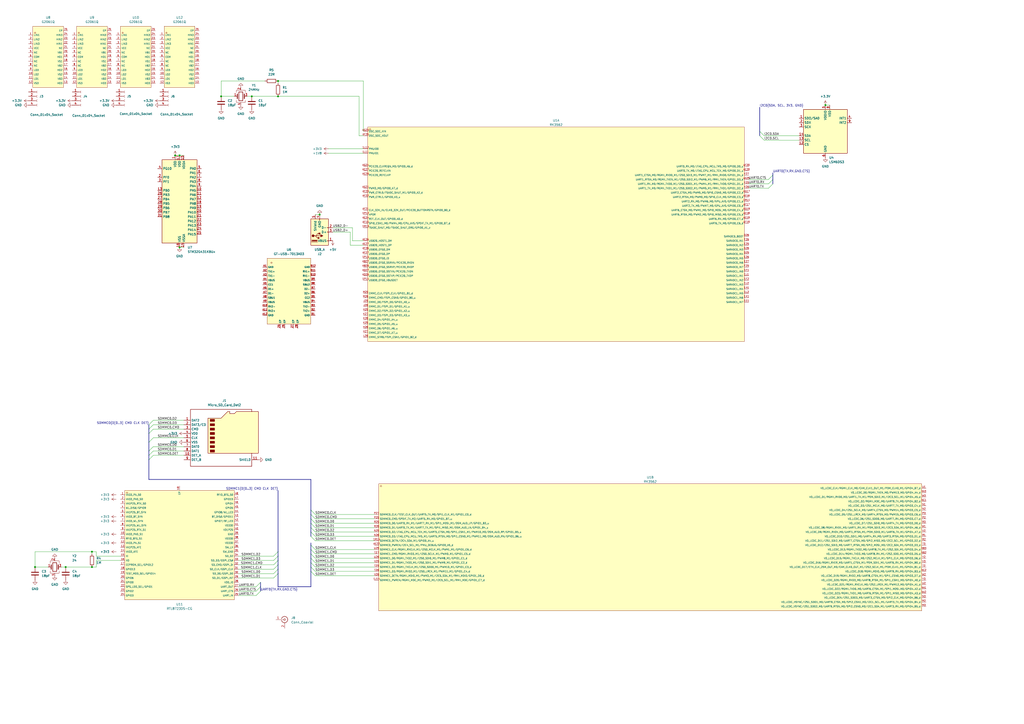
<source format=kicad_sch>
(kicad_sch (version 20250114) (generator "eeschema") (generator_version "9.0")
  (paper "A2")
  (lib_symbols
    (symbol "Connector:Conn_01x04_Socket" (pin_names (offset 1.016) (hide yes))
      (property "Reference" "J" (at 0 5.08 0))
      (property "Value" "Conn_01x04_Socket" (at 0 -7.62 0))
      (symbol "Conn_01x04_Socket_1_1"
        (pin passive line (at -5.08 2.54 0) (length 3.81) (name "Pin_1") (number "1"))
        (pin passive line (at -5.08 0 0) (length 3.81) (name "Pin_2") (number "2"))
        (pin passive line (at -5.08 -2.54 0) (length 3.81) (name "Pin_3") (number "3"))
        (pin passive line (at -5.08 -5.08 0) (length 3.81) (name "Pin_4") (number "4"))
      )
    )
    (symbol "Connector:Conn_Coaxial" (pin_names (offset 1.016) (hide yes))
      (property "Reference" "J" (at 0.254 3.048 0))
      (property "Value" "Conn_Coaxial" (at 2.921 0 90))
      (symbol "Conn_Coaxial_1_1"
        (pin passive line (at -5.08 0 0) (length 2.54) (name "In") (number "1"))
        (pin passive line (at 0 -5.08 90) (length 2.54) (name "Ext") (number "2"))
      )
    )
    (symbol "Connector:Micro_SD_Card_Det2"
      (property "Reference" "J" (at -16.51 17.78 0))
      (property "Value" "Micro_SD_Card_Det2" (at 16.51 17.78 0))
      (symbol "Micro_SD_Card_Det2_1_1"
        (pin bidirectional line (at -22.86 10.16 0) (length 3.81) (name "DAT2") (number "1"))
        (pin bidirectional line (at -22.86 7.62 0) (length 3.81) (name "DAT3/CD") (number "2"))
        (pin input line (at -22.86 5.08 0) (length 3.81) (name "CMD") (number "3"))
        (pin power_in line (at -22.86 2.54 0) (length 3.81) (name "VDD") (number "4"))
        (pin input line (at -22.86 0 0) (length 3.81) (name "CLK") (number "5"))
        (pin power_in line (at -22.86 -2.54 0) (length 3.81) (name "VSS") (number "6"))
        (pin bidirectional line (at -22.86 -5.08 0) (length 3.81) (name "DAT0") (number "7"))
        (pin bidirectional line (at -22.86 -7.62 0) (length 3.81) (name "DAT1") (number "8"))
        (pin passive line (at -22.86 -10.16 0) (length 3.81) (name "DET_A") (number "10"))
        (pin passive line (at -22.86 -12.7 0) (length 3.81) (name "DET_B") (number "9"))
        (pin passive line (at 20.32 -12.7 180) (length 3.81) (name "SHIELD") (number "11"))
      )
    )
    (symbol "Connector:USB_A" (pin_names (offset 1.016))
      (property "Reference" "J" (at -5.08 11.43 0))
      (property "Value" "USB_A" (at -5.08 8.89 0))
      (symbol "USB_A_1_1"
        (pin passive line (at -2.54 -10.16 90) (length 2.54) (name "Shield") (number "5"))
        (pin power_in line (at 0 -10.16 90) (length 2.54) (name "GND") (number "4"))
        (pin power_in line (at 7.62 5.08 180) (length 2.54) (name "VBUS") (number "1"))
        (pin bidirectional line (at 7.62 0 180) (length 2.54) (name "D+") (number "3"))
        (pin bidirectional line (at 7.62 -2.54 180) (length 2.54) (name "D-") (number "2"))
      )
    )
    (symbol "Device:C" (pin_numbers (hide yes)) (pin_names (offset 0.254))
      (property "Reference" "C" (at 0.635 2.54 0))
      (property "Value" "C" (at 0.635 -2.54 0))
      (symbol "C_1_1"
        (pin passive line (at 0 3.81 270) (length 2.794) (name "~") (number "1"))
        (pin passive line (at 0 -3.81 90) (length 2.794) (name "~") (number "2"))
      )
    )
    (symbol "Device:Crystal_GND24" (pin_names (offset 1.016) (hide yes))
      (property "Reference" "Y" (at 3.175 5.08 0))
      (property "Value" "Crystal_GND24" (at 3.175 3.175 0))
      (symbol "Crystal_GND24_1_1"
        (pin passive line (at -3.81 0 0) (length 1.27) (name "1") (number "1"))
        (pin passive line (at 0 5.08 270) (length 1.27) (name "2") (number "2"))
        (pin passive line (at 0 -5.08 90) (length 1.27) (name "4") (number "4"))
        (pin passive line (at 3.81 0 180) (length 1.27) (name "3") (number "3"))
      )
    )
    (symbol "Device:R" (pin_numbers (hide yes)) (pin_names (offset 0))
      (property "Reference" "R" (at 2.032 0 90))
      (property "Value" "R" (at 0 0 90))
      (symbol "R_1_1"
        (pin passive line (at 0 3.81 270) (length 1.27) (name "~") (number "1"))
        (pin passive line (at 0 -3.81 90) (length 1.27) (name "~") (number "2"))
      )
    )
    (symbol "LCSC:G2061Q"
      (property "Reference" "U" (at 0 1.27 0))
      (property "Value" "G2061Q" (at 0 -2.54 0))
      (symbol "G2061Q_0_1"
        (pin unspecified line (at -11.43 12.7 0) (length 2.54) (name "LIN1") (number "1"))
        (pin unspecified line (at -11.43 10.16 0) (length 2.54) (name "LIN2") (number "2"))
        (pin unspecified line (at -11.43 7.62 0) (length 2.54) (name "LIN3") (number "3"))
        (pin unspecified line (at -11.43 5.08 0) (length 2.54) (name "VCC") (number "4"))
        (pin unspecified line (at -11.43 2.54 0) (length 2.54) (name "NC") (number "5"))
        (pin unspecified line (at -11.43 0 0) (length 2.54) (name "COM") (number "6"))
        (pin unspecified line (at -11.43 -2.54 0) (length 2.54) (name "NC") (number "7"))
        (pin unspecified line (at -11.43 -5.08 0) (length 2.54) (name "NC") (number "8"))
        (pin unspecified line (at -11.43 -7.62 0) (length 2.54) (name "LO3") (number "9"))
        (pin unspecified line (at -11.43 -10.16 0) (length 2.54) (name "LO2") (number "10"))
        (pin unspecified line (at -11.43 -12.7 0) (length 2.54) (name "LO1") (number "11"))
        (pin unspecified line (at -11.43 -15.24 0) (length 2.54) (name "VS3") (number "12"))
        (pin unspecified line (at 11.43 15.24 180) (length 2.54) (name "EP") (number "25"))
        (pin unspecified line (at 11.43 12.7 180) (length 2.54) (name "HIN3") (number "24"))
        (pin unspecified line (at 11.43 10.16 180) (length 2.54) (name "HIN2") (number "23"))
        (pin unspecified line (at 11.43 7.62 180) (length 2.54) (name "HIN1") (number "22"))
        (pin unspecified line (at 11.43 5.08 180) (length 2.54) (name "NC") (number "21"))
        (pin unspecified line (at 11.43 2.54 180) (length 2.54) (name "VB1") (number "20"))
        (pin unspecified line (at 11.43 0 180) (length 2.54) (name "HO1") (number "19"))
        (pin unspecified line (at 11.43 -2.54 180) (length 2.54) (name "VS1") (number "18"))
        (pin unspecified line (at 11.43 -5.08 180) (length 2.54) (name "VB2") (number "17"))
        (pin unspecified line (at 11.43 -7.62 180) (length 2.54) (name "HO2") (number "16"))
        (pin unspecified line (at 11.43 -10.16 180) (length 2.54) (name "VS2") (number "15"))
        (pin unspecified line (at 11.43 -12.7 180) (length 2.54) (name "VB3") (number "14"))
        (pin unspecified line (at 11.43 -15.24 180) (length 2.54) (name "HO3") (number "13"))
      )
    )
    (symbol "LCSC:GT-USB-7013A03"
      (property "Reference" "U" (at 0 1.27 0))
      (property "Value" "GT-USB-7013A03" (at 0 -2.54 0))
      (symbol "GT-USB-7013A03_0_1"
        (pin unspecified line (at -15.24 17.78 0) (length 2.54) (name "GND") (number "A1"))
        (pin unspecified line (at -15.24 15.24 0) (length 2.54) (name "TX1+") (number "A2"))
        (pin unspecified line (at -15.24 12.7 0) (length 2.54) (name "TX1-") (number "A3"))
        (pin unspecified line (at -15.24 10.16 0) (length 2.54) (name "VBUS") (number "A4"))
        (pin unspecified line (at -15.24 7.62 0) (length 2.54) (name "CC1") (number "A5"))
        (pin unspecified line (at -15.24 5.08 0) (length 2.54) (name "D1+") (number "A6"))
        (pin unspecified line (at -15.24 2.54 0) (length 2.54) (name "D1-") (number "A7"))
        (pin unspecified line (at -15.24 0 0) (length 2.54) (name "SBU1") (number "A8"))
        (pin unspecified line (at -15.24 -2.54 0) (length 2.54) (name "VBUS") (number "A9"))
        (pin unspecified line (at -15.24 -5.08 0) (length 2.54) (name "RX2-") (number "A10"))
        (pin unspecified line (at -15.24 -7.62 0) (length 2.54) (name "RX2+") (number "A11"))
        (pin unspecified line (at -15.24 -10.16 0) (length 2.54) (name "GND") (number "A12"))
        (pin unspecified line (at -5.08 -17.78 90) (length 2.54) (name "EP") (number "25"))
        (pin unspecified line (at -2.54 -17.78 90) (length 2.54) (name "EP") (number "26"))
        (pin unspecified line (at 2.54 -17.78 90) (length 2.54) (name "EP") (number "27"))
        (pin unspecified line (at 5.08 -17.78 90) (length 2.54) (name "EP") (number "28"))
        (pin unspecified line (at 15.24 17.78 180) (length 2.54) (name "GND") (number "B12"))
        (pin unspecified line (at 15.24 15.24 180) (length 2.54) (name "RX1+") (number "B11"))
        (pin unspecified line (at 15.24 12.7 180) (length 2.54) (name "RX1-") (number "B10"))
        (pin unspecified line (at 15.24 10.16 180) (length 2.54) (name "VBUS") (number "B9"))
        (pin unspecified line (at 15.24 7.62 180) (length 2.54) (name "SBU2") (number "B8"))
        (pin unspecified line (at 15.24 5.08 180) (length 2.54) (name "D2-") (number "B7"))
        (pin unspecified line (at 15.24 2.54 180) (length 2.54) (name "D2+") (number "B6"))
        (pin unspecified line (at 15.24 0 180) (length 2.54) (name "CC2") (number "B5"))
        (pin unspecified line (at 15.24 -2.54 180) (length 2.54) (name "VBUS") (number "B4"))
        (pin unspecified line (at 15.24 -5.08 180) (length 2.54) (name "TX2-") (number "B3"))
        (pin unspecified line (at 15.24 -7.62 180) (length 2.54) (name "TX2+") (number "B2"))
        (pin unspecified line (at 15.24 -10.16 180) (length 2.54) (name "GND") (number "B1"))
      )
    )
    (symbol "LCSC:RK3562"
      (property "Reference" "U" (at 0 1.27 0))
      (property "Value" "RK3562" (at 0 -2.54 0))
      (symbol "RK3562_1_1"
        (pin unspecified line (at -111.76 59.69 0) (length 2.54) (name "OSC_SOC_XIN") (number "AG25"))
        (pin unspecified line (at -111.76 57.15 0) (length 2.54) (name "OSC_SOC_XOUT") (number "AF25"))
        (pin unspecified line (at -111.76 49.53 0) (length 2.54) (name "PMUIO0") (number "1L12"))
        (pin unspecified line (at -111.76 46.99 0) (length 2.54) (name "PMUIO1") (number "1L11"))
        (pin unspecified line (at -111.76 39.37 0) (length 2.54) (name "PCIE20_CLKREQN_M0/GPIO0_A6_d") (number "AG24"))
        (pin unspecified line (at -111.76 36.83 0) (length 2.54) (name "PCIE20_REFCLKN") (number "AC27"))
        (pin unspecified line (at -111.76 34.29 0) (length 2.54) (name "PCIE20_REFCLKP") (number "AC26"))
        (pin unspecified line (at -111.76 26.67 0) (length 2.54) (name "PWM3_M0/GPIO0_A7_d") (number "AG21"))
        (pin unspecified line (at -111.76 24.13 0) (length 2.54) (name "PWR_CTRL0/TSADC_SHUT_M1/GPIO0_A2_d") (number "AF23"))
        (pin unspecified line (at -111.76 21.59 0) (length 2.54) (name "PWR_CTRL1/GPIO0_A3_u") (number "AF22"))
        (pin unspecified line (at -111.76 13.97 0) (length 2.54) (name "CLK_32K_IN/CLK0_32K_OUT/PCIE20_BUTTONRSTN/GPIO0_B0_d") (number "AF21"))
        (pin unspecified line (at -111.76 11.43 0) (length 2.54) (name "nPOR") (number "1P12"))
        (pin unspecified line (at -111.76 8.89 0) (length 2.54) (name "REF_CLK_OUT/GPIO0_A0_d") (number "AE24"))
        (pin unspecified line (at -111.76 6.35 0) (length 2.54) (name "SPI0_CSN1_M0/PWM4_M0/CPU_AVS/SPDIF_TX_M1/GPIO0_B7_d") (number "AF15"))
        (pin unspecified line (at -111.76 3.81 0) (length 2.54) (name "TSADC_SHUT_M0/TSADC_SHUT_ORG/GPIO0_A1_z") (number "1R13"))
        (pin unspecified line (at -111.76 -3.81 0) (length 2.54) (name "USB20_HOST1_DM") (number "AE26"))
        (pin unspecified line (at -111.76 -6.35 0) (length 2.54) (name "USB20_HOST1_DP") (number "AE27"))
        (pin unspecified line (at -111.76 -8.89 0) (length 2.54) (name "USB30_OTG0_DM") (number "AF26"))
        (pin unspecified line (at -111.76 -11.43 0) (length 2.54) (name "USB30_OTG0_DP") (number "AF27"))
        (pin unspecified line (at -111.76 -13.97 0) (length 2.54) (name "USB30_OTG0_ID") (number "1P15"))
        (pin unspecified line (at -111.76 -16.51 0) (length 2.54) (name "USB30_OTG0_SSRXN/PCIE20_RXDN") (number "AB27"))
        (pin unspecified line (at -111.76 -19.05 0) (length 2.54) (name "USB30_OTG0_SSRXP/PCIE20_RXDP") (number "AB26"))
        (pin unspecified line (at -111.76 -21.59 0) (length 2.54) (name "USB30_OTG0_SSTXN/PCIE20_TXDN") (number "AD27"))
        (pin unspecified line (at -111.76 -24.13 0) (length 2.54) (name "USB30_OTG0_SSTXP/PCIE20_TXDP") (number "AD26"))
        (pin unspecified line (at -111.76 -26.67 0) (length 2.54) (name "USB30_OTG0_VBUSDET") (number "1P14"))
        (pin unspecified line (at -111.76 -34.29 0) (length 2.54) (name "EMMC_CLK/FSPI_CLK/GPIO1_B1_d") (number "M25"))
        (pin unspecified line (at -111.76 -36.83 0) (length 2.54) (name "EMMC_CMD/FSPI_CSN0/GPIO1_B0_u") (number "M26"))
        (pin unspecified line (at -111.76 -39.37 0) (length 2.54) (name "EMMC_D0/FSPI_D0/GPIO1_A0_u") (number "J25"))
        (pin unspecified line (at -111.76 -41.91 0) (length 2.54) (name "EMMC_D1/FSPI_D1/GPIO1_A1_u") (number "J26"))
        (pin unspecified line (at -111.76 -44.45 0) (length 2.54) (name "EMMC_D2/FSPI_D2/GPIO1_A2_u") (number "H25"))
        (pin unspecified line (at -111.76 -46.99 0) (length 2.54) (name "EMMC_D3/FSPI_D3/GPIO1_A3_u") (number "K27"))
        (pin unspecified line (at -111.76 -49.53 0) (length 2.54) (name "EMMC_D4/GPIO1_A4_u") (number "K26"))
        (pin unspecified line (at -111.76 -52.07 0) (length 2.54) (name "EMMC_D5/GPIO1_A5_u") (number "K25"))
        (pin unspecified line (at -111.76 -54.61 0) (length 2.54) (name "EMMC_D6/GPIO1_A6_u") (number "H26"))
        (pin unspecified line (at -111.76 -57.15 0) (length 2.54) (name "EMMC_D7/GPIO1_A7_u") (number "H27"))
        (pin unspecified line (at -111.76 -59.69 0) (length 2.54) (name "EMMC_STRB/FSPI_CSN1/GPIO1_B2_d") (number "L26"))
        (pin unspecified line (at 111.76 39.37 180) (length 2.54) (name "UART0_RX_M0/JTAG_CPU_MCU_TMS_M0/GPIO0_D0_u") (number "AF20"))
        (pin unspecified line (at 111.76 36.83 180) (length 2.54) (name "UART0_TX_M0/JTAG_CPU_MCU_TCK_M0/GPIO0_D1_u") (number "AE20"))
        (pin unspecified line (at 111.76 34.29 180) (length 2.54) (name "UART1_CTSN_M0/RGMII_RXD0_M1/I2S0_SDI3_M1/PWM7_M1/RMII_RXD0/GPIO1_D4_d") (number "Y27"))
        (pin unspecified line (at 111.76 31.75 180) (length 2.54) (name "UART1_RTSN_M0/RGMII_TXEN_M1/I2S0_SDI2_M1/PWM6_M1/RMII_TXEN/GPIO1_D3_d") (number "AA25"))
        (pin unspecified line (at 111.76 29.21 180) (length 2.54) (name "UART1_RX_M0/RGMII_TXD0_M1/I2S0_SDO1_M1/PWM4_M1/RMII_TXD0/GPIO1_D1_d") (number "Y25"))
        (pin unspecified line (at 111.76 26.67 180) (length 2.54) (name "UART1_TX_M0/RGMII_TXD1_M1/I2S0_SDO2_M1/PWM5_M1/RMII_TXD1/GPIO1_D2_d") (number "Y26"))
        (pin unspecified line (at 111.76 24.13 180) (length 2.54) (name "UART2_CTSN_M0/PWM5_M0/SPI0_CSN0_M0/GPIO0_C2_d") (number "AG17"))
        (pin unspecified line (at 111.76 21.59 180) (length 2.54) (name "UART2_RTSN_M0/PWM0_M0/SPI0_CLK_M0/GPIO0_C3_d") (number "AE16"))
        (pin unspecified line (at 111.76 19.05 180) (length 2.54) (name "UART2_RX_M0/PWM6_M0/NPU_AVS/GPIO0_C1_d") (number "1R11"))
        (pin unspecified line (at 111.76 16.51 180) (length 2.54) (name "UART2_TX_M0/PWM7_M0/GPU_AVS/GPIO0_C0_d") (number "AF17"))
        (pin unspecified line (at 111.76 13.97 180) (length 2.54) (name "UART6_CTSN_M0/PWM1_M0/SPI0_MOSI_M0/GPIO0_C4_d") (number "AG19"))
        (pin unspecified line (at 111.76 11.43 180) (length 2.54) (name "UART6_RTSN_M0/PWM2_M0/SPI0_MISO_M0/GPIO0_C5_d") (number "AE18"))
        (pin unspecified line (at 111.76 8.89 180) (length 2.54) (name "UART6_RX_M0/GPIO0_C7_d") (number "AE19"))
        (pin unspecified line (at 111.76 6.35 180) (length 2.54) (name "UART6_TX_M0/GPIO0_C6_d") (number "AF19"))
        (pin unspecified line (at 111.76 -1.27 180) (length 2.54) (name "SARADC0_BOOT") (number "D26"))
        (pin unspecified line (at 111.76 -3.81 180) (length 2.54) (name "SARADC0_IN1") (number "F26"))
        (pin unspecified line (at 111.76 -6.35 180) (length 2.54) (name "SARADC0_IN2") (number "E25"))
        (pin unspecified line (at 111.76 -8.89 180) (length 2.54) (name "SARADC0_IN3") (number "G26"))
        (pin unspecified line (at 111.76 -11.43 180) (length 2.54) (name "SARADC0_IN4") (number "D25"))
        (pin unspecified line (at 111.76 -13.97 180) (length 2.54) (name "SARADC0_IN5") (number "E26"))
        (pin unspecified line (at 111.76 -16.51 180) (length 2.54) (name "SARADC0_IN6") (number "E27"))
        (pin unspecified line (at 111.76 -19.05 180) (length 2.54) (name "SARADC0_IN7") (number "F25"))
        (pin unspecified line (at 111.76 -21.59 180) (length 2.54) (name "SARADC1_IN0") (number "1F1"))
        (pin unspecified line (at 111.76 -24.13 180) (length 2.54) (name "SARADC1_IN1") (number "1J1"))
        (pin unspecified line (at 111.76 -26.67 180) (length 2.54) (name "SARADC1_IN2") (number "1F2"))
        (pin unspecified line (at 111.76 -29.21 180) (length 2.54) (name "SARADC1_IN3") (number "1J2"))
        (pin unspecified line (at 111.76 -31.75 180) (length 2.54) (name "SARADC1_IN4") (number "1H1"))
        (pin unspecified line (at 111.76 -34.29 180) (length 2.54) (name "SARADC1_IN5") (number "1L2"))
        (pin unspecified line (at 111.76 -36.83 180) (length 2.54) (name "SARADC1_IN6") (number "1K1"))
        (pin unspecified line (at 111.76 -39.37 180) (length 2.54) (name "SARADC1_IN7") (number "1E1"))
      )
      (symbol "RK3562_2_1"
        (pin unspecified line (at -160.02 19.05 0) (length 2.54) (name "SDMMC0_CLK/TEST_CLK_OUT/UART5_TX_M0/SPI1_CLK_M1/GPIO1_C0_d") (number "P27"))
        (pin unspecified line (at -160.02 16.51 0) (length 2.54) (name "SDMMC0_CMD/SPDIF_TX_M2/UART5_RX_M0/GPIO1_B7_u") (number "P25"))
        (pin unspecified line (at -160.02 13.97 0) (length 2.54) (name "SDMMC0_D0/UART0_RX_M1/UART7_RX_M1/SPI1_MOSI_M1/DSM_AUD_LP/GPIO1_B3_u") (number "R25"))
        (pin unspecified line (at -160.02 11.43 0) (length 2.54) (name "SDMMC0_D1/UART0_TX_M1/UART7_TX_M1/SPI1_MISO_M1/DSM_AUD_LN/GPIO1_B4_u") (number "R26"))
        (pin unspecified line (at -160.02 8.89 0) (length 2.54) (name "SDMMC0_D2/JTAG_CPU_MCU_TCK_M1/UART5_CTSN_M0/SPI1_CSN1_M1/PWM10_M0/DSM_AUD_RP/GPIO1_B5_u") (number "N25"))
        (pin unspecified line (at -160.02 6.35 0) (length 2.54) (name "SDMMC0_D3/JTAG_CPU_MCU_TMS_M1/UART5_RTSN_M0/SPI1_CSN0_M1/PWM11_M0/DSM_AUD_RN/GPIO1_B6_u") (number "N26"))
        (pin unspecified line (at -160.02 3.81 0) (length 2.54) (name "SDMMC0_DETN/I2C4_SDA_M1/GPIO0_A4_u") (number "1R15"))
        (pin unspecified line (at -160.02 1.27 0) (length 2.54) (name "SDMMC0_PWREN/I2C4_SCL_M1/PMU_DEBUG/GPIO0_A5_d") (number "AE22"))
        (pin unspecified line (at -160.02 -1.27 0) (length 2.54) (name "SDMMC1_CLK/RGMII_RXCLK_M1/I2S0_MCLK_M1/PWM1_M1/GPIO1_C6_d") (number "U25"))
        (pin unspecified line (at -160.02 -3.81 0) (length 2.54) (name "SDMMC1_CMD/RGMII_RXD3_M1/I2S0_SCLK_M1/PWM0_M1/GPIO1_C5_d") (number "T27"))
        (pin unspecified line (at -160.02 -6.35 0) (length 2.54) (name "SDMMC1_D0/RGMII_TXD2_M1/I2S0_SDI0_M1/PWM8_M1/GPIO1_C1_d") (number "U26"))
        (pin unspecified line (at -160.02 -8.89 0) (length 2.54) (name "SDMMC1_D1/RGMII_TXD3_M1/I2S0_SDI1_M1/PWM9_M1/GPIO1_C2_d") (number "V25"))
        (pin unspecified line (at -160.02 -11.43 0) (length 2.54) (name "SDMMC1_D2/RGMII_TXCLK_M1/I2S0_SDO0_M1/PWM10_M1/GPIO1_C3_d") (number "T25"))
        (pin unspecified line (at -160.02 -13.97 0) (length 2.54) (name "SDMMC1_D3/RGMII_RXD2_M1/I2S0_LRCK_M1/PWM11_M1/GPIO1_C4_d") (number "T26"))
        (pin unspecified line (at -160.02 -16.51 0) (length 2.54) (name "SDMMC1_DETN/RGMII_MDIO_M1/PWM3_M1/I2C5_SDA_M1/RMII_MDIO/GPIO1_D0_d") (number "V26"))
        (pin unspecified line (at -160.02 -19.05 0) (length 2.54) (name "SDMMC1_PWREN/RGMII_MDC_M1/PWM2_M1/I2C5_SCL_M1/RMII_MDC/GPIO1_C7_d") (number "1J14"))
        (pin unspecified line (at 160.02 34.29 180) (length 2.54) (name "VO_LCDC_CLK/RGMII_CLK_M0/CAM_CLK1_OUT_M1/PDM_CLK0_M1/GPIO4_B7_d") (number "U1"))
        (pin unspecified line (at 160.02 31.75 180) (length 2.54) (name "VO_LCDC_D0/RGMII_TXEN_M0/PWM13_M0/GPIO4_A4_d") (number "AA3"))
        (pin unspecified line (at 160.02 29.21 180) (length 2.54) (name "VO_LCDC_D1/RGMII_RXD0_M0/UART1_TX_M1/PDM_SDI2_M1/I2C3_SCL_M1/GPIO4_A5_d") (number "W3"))
        (pin unspecified line (at 160.02 26.67 180) (length 2.54) (name "VO_LCDC_D2/RGMII_MDC_M0/UART9_TX_M0/GPIO4_B2_d") (number "AC1"))
        (pin unspecified line (at 160.02 24.13 180) (length 2.54) (name "VO_LCDC_D3/I2S1_MCLK_M0/UART7_TX_M0/GPIO3_C4_d") (number "N1"))
        (pin unspecified line (at 160.02 21.59 180) (length 2.54) (name "VO_LCDC_D4/I2S1_SCLK_M0/UART4_CTSN_M0/PWM14_M0/GPIO3_C5_d") (number "N2"))
        (pin unspecified line (at 160.02 19.05 180) (length 2.54) (name "VO_LCDC_D5/I2S1_LRCK_M0/UART4_RTSN_M0/PWM15_M0/GPIO3_C6_d") (number "P3"))
        (pin unspecified line (at 160.02 16.51 180) (length 2.54) (name "VO_LCDC_D6/I2S1_SDO0_M0/UART7_RX_M0/GPIO3_C7_d") (number "P2"))
        (pin unspecified line (at 160.02 13.97 180) (length 2.54) (name "VO_LCDC_D7/I2S1_SDI0_M0/UART4_TX_M0/GPIO3_D0_d") (number "R3"))
        (pin unspecified line (at 160.02 11.43 180) (length 2.54) (name "VO_LCDC_D8/RGMII_RXD1_M0/UART1_RX_M1/PDM_SDI3_M1/I2C3_SDA_M1/GPIO4_A6_d") (number "W1"))
        (pin unspecified line (at 160.02 8.89 180) (length 2.54) (name "VO_LCDC_D9/RGMII_RXDV_M0/UART1_RTSN_M1/PDM_SDI0_M1/UART6_TX_M1/GPIO4_A7_d") (number "V2"))
        (pin unspecified line (at 160.02 6.35 180) (length 2.54) (name "VO_LCDC_D10/I2S1_SDI1_M0/UART4_RX_M0/UART3_RTSN_M0/GPIO3_D1_d") (number "R1"))
        (pin unspecified line (at 160.02 3.81 180) (length 2.54) (name "VO_LCDC_D11/I2S1_SDI2_M0/UART7_CTSN_M0/SPI2_MISO_M0/I2C2_SCL_M1/GPIO3_D2_d") (number "R2"))
        (pin unspecified line (at 160.02 1.27 180) (length 2.54) (name "VO_LCDC_D12/I2S1_SDI3_M0/UART7_RTSN_M0/SPI2_MOSI_M0/I2C2_SDA_M1/GPIO3_D3_d") (number "T3"))
        (pin unspecified line (at 160.02 -1.27 180) (length 2.54) (name "VO_LCDC_D13/RGMII_TXD2_M0/UART8_TX_M1/I2S2_SDI_M1/GPIO3_D4_d") (number "AB3"))
        (pin unspecified line (at 160.02 -3.81 180) (length 2.54) (name "VO_LCDC_D14/RGMII_TXD3_M0/UART8_RX_M1/I2S2_SDO_M1/GPIO3_D5_d") (number "AB2"))
        (pin unspecified line (at 160.02 -6.35 180) (length 2.54) (name "VO_LCDC_D15/RGMII_TXCLK_M0/I2S2_MCLK_M1/SPI1_CLK_M0/GPIO3_D6_d") (number "Y2"))
        (pin unspecified line (at 160.02 -8.89 180) (length 2.54) (name "VO_LCDC_D16/RGMII_RXER_M0/UART1_CTSN_M1/PDM_SDI1_M1/UART6_RX_M1/GPIO4_B0_d") (number "V3"))
        (pin unspecified line (at 160.02 -11.43 180) (length 2.54) (name "VO_LCDC_D17/ETH_CLK_25M_OUT_M0/CAM_CLK0_OUT_M1/I2S2_SCLK_M1/PDM_CLK1_M1/GPIO4_B1_d") (number "T2"))
        (pin unspecified line (at 160.02 -13.97 180) (length 2.54) (name "VO_LCDC_D18/RGMII_MDIO_M0/UART9_RX_M0/GPIO4_B3_d") (number "AC2"))
        (pin unspecified line (at 160.02 -16.51 180) (length 2.54) (name "VO_LCDC_D19/RGMII_RXD2_M0/UART8_CTSN_M1/SPI1_CSN0_M0/GPIO3_D7_d") (number "W2"))
        (pin unspecified line (at 160.02 -19.05 180) (length 2.54) (name "VO_LCDC_D20/RGMII_RXD3_M0/UART8_RTSN_M1/SPI1_CSN1_M0/GPIO4_A0_d") (number "Y3"))
        (pin unspecified line (at 160.02 -21.59 180) (length 2.54) (name "VO_LCDC_D21/RGMII_RXCLK_M0/I2S2_LRCK_M1/PWM12_M0/GPIO4_A1_d") (number "U2"))
        (pin unspecified line (at 160.02 -24.13 180) (length 2.54) (name "VO_LCDC_D22/RGMII_TXD0_M0/UART6_CTSN_M1/SPI1_MOSI_M0/GPIO4_A2_d") (number "AA1"))
        (pin unspecified line (at 160.02 -26.67 180) (length 2.54) (name "VO_LCDC_D23/RGMII_TXD1_M0/UART6_RTSN_M1/SPI1_MISO_M0/GPIO4_A3_d") (number "AA2"))
        (pin unspecified line (at 160.02 -29.21 180) (length 2.54) (name "VO_LCDC_DEN/I2S1_SDO3_M0/UART3_CTSN_M0/SPI2_CLK_M0/GPIO4_B6_d") (number "N3"))
        (pin unspecified line (at 160.02 -31.75 180) (length 2.54) (name "VO_LCDC_HSYNC/I2S1_SDO1_M0/UART9_CTSN_M0/SPI2_CSN1_M0/I2C1_SCL_M1/UART3_TX_M0/GPIO4_B4_d") (number "M2"))
        (pin unspecified line (at 160.02 -34.29 180) (length 2.54) (name "VO_LCDC_VSYNC/I2S1_SDO2_M0/UART9_RTSN_M0/SPI2_CSN0_M0/I2C1_SDA_M1/UART3_RX_M0/GPIO4_B5_d") (number "M3"))
      )
      (symbol "RK3562_3_1"
        (pin unspecified line (at -121.92 36.83 0) (length 2.54) (name "AC0/DDR4_A0/LPDDR4_CLKN_B/DDR3_A9") (number "A15"))
        (pin unspecified line (at -121.92 34.29 0) (length 2.54) (name "AC1/DDR4_A1/DDR3_A2") (number "1B6"))
        (pin unspecified line (at -121.92 31.75 0) (length 2.54) (name "AC2/DDR4_A2/LPDDR4_A1_A/DDR3_A4/LPDDR3_A6") (number "A10"))
        (pin unspecified line (at -121.92 29.21 0) (length 2.54) (name "AC3/DDR4_A3/LPDDR4_CS0N_A/DDR3_ODT1/LPDDR3_ODT0") (number "B11"))
        (pin unspecified line (at -121.92 26.67 0) (length 2.54) (name "AC4/DDR4_A4/LPDDR4_A3_B/DDR3_BA1") (number "1A10"))
        (pin unspecified line (at -121.92 24.13 0) (length 2.54) (name "AC5/DDR4_A5/LPDDR4_A5_B/DDR3_A11") (number "1A8"))
        (pin unspecified line (at -121.92 21.59 0) (length 2.54) (name "AC6/DDR4_A6/LPDDR4_A1_B/DDR3_A14/LPDDR3_A1") (number "A18"))
        (pin unspecified line (at -121.92 19.05 0) (length 2.54) (name "AC7/DDR4_A7/LPDDR4_A0_B/DDR3_A5/LPDDR3_A0") (number "B18"))
        (pin unspecified line (at -121.92 16.51 0) (length 2.54) (name "AC8/DDR4_A8/LPDDR4_ODT0_CA_A/DDR3_A7/LPDDR3_A9") (number "B9"))
        (pin unspecified line (at -121.92 13.97 0) (length 2.54) (name "AC9/DDR4_A9/LPDDR4_CLKP_B/DDR3_A13") (number "B15"))
        (pin unspecified line (at -121.92 11.43 0) (length 2.54) (name "AC10/DDR4_A10/LPDDR4_CKE0_B/DDR3_A10/LPDDR3_CS0N") (number "C16"))
        (pin unspecified line (at -121.92 8.89 0) (length 2.54) (name "AC11/DDR4_A11/LPDDR4_A0_A/DDR3_A6/LPDDR3_A8") (number "B10"))
        (pin unspecified line (at -121.92 6.35 0) (length 2.54) (name "AC12/DDR4_A12/LPDDR4_A3_A/DDR3_BA0") (number "1A6"))
        (pin unspecified line (at -121.92 3.81 0) (length 2.54) (name "AC13/DDR4_A13/LPDDR4_ODT0_CA_B/DDR3_A8/LPDDR3_ODT1") (number "B19"))
        (pin unspecified line (at -121.92 1.27 0) (length 2.54) (name "AC14/DDR4_A14_WEN/LPDDR4_A4_A/DDR3_A15") (number "1B8"))
        (pin unspecified line (at -121.92 -1.27 0) (length 2.54) (name "AC15/DDR4_A15_CASN/LPDDR4_A2_A/DDR3_A0/LPDDR3_A7") (number "C10"))
        (pin unspecified line (at -121.92 -3.81 0) (length 2.54) (name "AC16/DDR4_A16_RASN/LPDDR4_A5_A/DDR3_RASN") (number "1A7"))
        (pin unspecified line (at -121.92 -6.35 0) (length 2.54) (name "AC17/DDR4_ACTN/LPDDR4_CKE1_B/DDR3_CASN/LPDDR3_CS1N") (number "B16"))
        (pin unspecified line (at -121.92 -8.89 0) (length 2.54) (name "AC18/DDR4_BA0/LPDDR4_A2_B/DDR3_A1/LPDDR3_A3") (number "C18"))
        (pin unspecified line (at -121.92 -11.43 0) (length 2.54) (name "AC19/DDR4_BA1/LPDDR4_A4_B/DDR3_A12") (number "1A9"))
        (pin unspecified line (at -121.92 -13.97 0) (length 2.54) (name "AC20/DDR4_BG0/LPDDR4_ODT1_CA_B/DDR3_WEN") (number "1B10"))
        (pin unspecified line (at -121.92 -16.51 0) (length 2.54) (name "AC21/DDR4_BG1/LPDDR4_ODT1_CA_A/DDR3_BA2") (number "1B7"))
        (pin unspecified line (at -121.92 -19.05 0) (length 2.54) (name "AC22/DDR4_CKE0/LPDDR4_CKE0_A/DDR3_CKE/LPDDR3_CKE") (number "C12"))
        (pin unspecified line (at -121.92 -21.59 0) (length 2.54) (name "AC23/DDR4_CLK0P/LPDDR4_CLKN_A/DDR3_CLKP/LPDDR3_CLKP") (number "A13"))
        (pin unspecified line (at -121.92 -24.13 0) (length 2.54) (name "AC24/DDR4_CLK0N/LPDDR4_CLKP_A/DDR3_CLKN/LPDDR3_CLKN") (number "B13"))
        (pin unspecified line (at -121.92 -26.67 0) (length 2.54) (name "AC25/DDR4_CS0N/LPDDR4_CKE1_A/DDR3_A3") (number "B12"))
        (pin unspecified line (at -121.92 -29.21 0) (length 2.54) (name "AC26/DDR4_CS1N/LPDDR4_CS1N_A/DDR3_CS1N/LPDDR3_A5") (number "C11"))
        (pin unspecified line (at -121.92 -31.75 0) (length 2.54) (name "AC27/DDR4_ODT0/LPDDR4_CS1N_B/DDR3_ODT0/LPDDR3_A4") (number "C17"))
        (pin unspecified line (at -121.92 -34.29 0) (length 2.54) (name "AC28/DDR4_ODT1/LPDDR4_CS0N_B/DDR3_CS0N/LPDDR3_A2") (number "B17"))
        (pin unspecified line (at -121.92 -36.83 0) (length 2.54) (name "AC29/DDR4_RESETN/LPDDR4_RESETN/DDR3_RESETN") (number "1B11"))
        (pin unspecified line (at 121.92 38.1 180) (length 2.54) (name "I2C0_SCL/GPIO0_B1_d") (number "AG23"))
        (pin unspecified line (at 121.92 35.56 180) (length 2.54) (name "I2C0_SDA/GPIO0_B2_d") (number "AE23"))
        (pin unspecified line (at 121.92 33.02 180) (length 2.54) (name "I2C1_SCL_M0/GPIO0_B3_d") (number "AE17"))
        (pin unspecified line (at 121.92 30.48 180) (length 2.54) (name "I2C1_SDA_M0/GPIO0_B4_d") (number "AF18"))
        (pin unspecified line (at 121.92 27.94 180) (length 2.54) (name "I2C2_SCL_M0/PCIE20_PERSTN_M0/GPIO0_B5_d") (number "AF16"))
        (pin unspecified line (at 121.92 25.4 180) (length 2.54) (name "I2C2_SDA_M0/PCIE20_WAKEN_M0/GPIO0_B6_d") (number "AE15"))
        (pin unspecified line (at 121.92 22.86 180) (length 2.54) (name "I2C3_SCL_M0/UART2_TX_M1/PDM_SDI3_M0/UART5_CTSN_M1/GPIO3_A0_d") (number "1M1"))
        (pin unspecified line (at 121.92 20.32 180) (length 2.54) (name "I2C3_SDA_M0/UART2_RX_M1/SPDIF_TX_M0/UART5_RTSN_M1/GPIO3_A1_d") (number "1L1"))
        (pin unspecified line (at 121.92 17.78 180) (length 2.54) (name "I2C5_SCL_M0/ISP_PRELIGHT_TRIGOUT/UART9_TX_M1/GPIO3_C2_d") (number "E1"))
        (pin unspecified line (at 121.92 15.24 180) (length 2.54) (name "I2C5_SDA_M0/ISP_FLASH_TRIGOUT/UART9_RX_M1/GPIO3_C3_d") (number "D3"))
        (pin unspecified line (at 121.92 12.7 180) (length 2.54) (name "I2S0_LRCK_M0/PWM8_M0/GPIO3_A4_d") (number "L1"))
        (pin unspecified line (at 121.92 10.16 180) (length 2.54) (name "I2S0_MCLK_M0/UART2_CTSN_M1/PDM_CLK1_M0/GPIO3_A2_d") (number "K2"))
        (pin unspecified line (at 121.92 7.62 180) (length 2.54) (name "I2S0_SCLK_M0/UART2_RTSN_M1/GPIO3_A3_d") (number "L3"))
        (pin unspecified line (at 121.92 5.08 180) (length 2.54) (name "I2S0_SDI0_M0/PDM_SDI0_M0/GPIO3_B1_d") (number "J2"))
        (pin unspecified line (at 121.92 2.54 180) (length 2.54) (name "I2S0_SDO0_M0/PWM9_M0/GPIO3_A5_d") (number "K3"))
        (pin unspecified line (at 121.92 0 180) (length 2.54) (name "I2S0_SDO1_M0/I2S0_SDI3_M0/PDM_CLK0_M0/PCIE20_CLKREQN_M1/UART5_TX_M1/GPIO3_A6_d") (number "J1"))
        (pin unspecified line (at 121.92 -2.54 180) (length 2.54) (name "I2S0_SDO2_M0/I2S0_SDI2_M0/PDM_SDI2_M0/PCIE20_WAKEN_M1/UART5_RX_M1/GPIO3_A7_d") (number "L2"))
        (pin unspecified line (at 121.92 -5.08 180) (length 2.54) (name "I2S0_SDO3_M0/I2S0_SDI1_M0/PDM_SDI1_M0/PCIE20_PERSTN_M1/GPIO3_B0_d") (number "1M2"))
        (pin unspecified line (at 121.92 -7.62 180) (length 2.54) (name "I2S1_LRCK_M1/CAM_CLK2_OUT/UART8_CTSN_M0/SPI0_MOSI_M1/PWM12_M1/GPIO3_B4_d") (number "F2"))
        (pin unspecified line (at 121.92 -10.16 180) (length 2.54) (name "I2S1_MCLK_M1/CAM_CLK0_OUT_M0/UART8_TX_M0/GPIO3_B2_d") (number "H3"))
        (pin unspecified line (at 121.92 -12.7 180) (length 2.54) (name "I2S1_SCLK_M1/CAM_CLK1_OUT_M0/UART8_RX_M0/GPIO3_B3_d") (number "G1"))
        (pin unspecified line (at 121.92 -15.24 180) (length 2.54) (name "I2S1_SDI0_M1/ISP_FLASH_TRIGIN/UART3_RTSN_M1/GPIO3_C1_d") (number "E2"))
        (pin unspecified line (at 121.92 -17.78 180) (length 2.54) (name "I2S1_SDO0_M1/CAM_CLK3_OUT/UART8_RTSN_M0/SPI0_CLK_M1/PWM13_M1/GPIO3_B5_d") (number "D1"))
        (pin unspecified line (at 121.92 -20.32 180) (length 2.54) (name "I2S1_SDO1_M1/I2S1_SDI3_M1/UART3_CTSN_M1/SPI0_CSN1_M1/I2C4_SCL_M0/GPIO3_B6_d") (number "G3"))
        (pin unspecified line (at 121.92 -22.86 180) (length 2.54) (name "I2S1_SDO2_M1/I2S1_SDI2_M1/UART3_TX_M1/SPI0_CSN0_M1/I2C4_SDA_M0/GPIO3_B7_d") (number "G2"))
        (pin unspecified line (at 121.92 -25.4 180) (length 2.54) (name "I2S1_SDO3_M1/I2S1_SDI1_M1/UART3_RX_M1/SPI0_MISO_M1/GPIO3_C0_d") (number "H2"))
        (pin unspecified line (at 121.92 -27.94 180) (length 2.54) (name "I2S2_LRCK_M0/RGMII_RXDV_M1/UART4_TX_M1/SPI2_CSN0_M1/RMII_RXDV_CRS/GPIO1_D6_d") (number "V27"))
        (pin unspecified line (at 121.92 -30.48 180) (length 2.54) (name "I2S2_MCLK_M0/ETH_CLK_25M_OUT_M1/CLK1_32K_OUT/SPI2_CLK_M1/I2S0_SDO3_M1/GPIO2_A1_d") (number "W25"))
        (pin unspecified line (at 121.92 -33.02 180) (length 2.54) (name "I2S2_SCLK_M0/RGMII_CLK_M1/UART4_RX_M1/SPI2_CSN1_M1/RMII_CLK/GPIO1_D5_d") (number "W26"))
        (pin unspecified line (at 121.92 -35.56 180) (length 2.54) (name "I2S2_SDI_M0/RGMII_RXER_M1/UART4_CTSN_M1/SPI2_MISO_M1/PWM15_M1/RMII_RXER/GPIO2_A0_d") (number "1J15"))
        (pin unspecified line (at 121.92 -38.1 180) (length 2.54) (name "I2S2_SDO_M0/RGMII_RXD1_M1/UART4_RTSN_M1/SPI2_MOSI_M1/PWM14_M1/RMII_RXD1/GPIO1_D7_d") (number "1H15"))
      )
      (symbol "RK3562_4_1"
        (pin unspecified line (at -86.36 41.91 0) (length 2.54) (name "MIPI_CSI_RX0_CLK0N") (number "AG7"))
        (pin unspecified line (at -86.36 39.37 0) (length 2.54) (name "MIPI_CSI_RX0_CLK0P") (number "AF7"))
        (pin unspecified line (at -86.36 36.83 0) (length 2.54) (name "MIPI_CSI_RX0_CLK1N") (number "1R7"))
        (pin unspecified line (at -86.36 34.29 0) (length 2.54) (name "MIPI_CSI_RX0_CLK1P") (number "1P7"))
        (pin unspecified line (at -86.36 31.75 0) (length 2.54) (name "MIPI_CSI_RX0_D0N") (number "AG9"))
        (pin unspecified line (at -86.36 29.21 0) (length 2.54) (name "MIPI_CSI_RX0_D0P") (number "AF9"))
        (pin unspecified line (at -86.36 26.67 0) (length 2.54) (name "MIPI_CSI_RX0_D1N") (number "AG8"))
        (pin unspecified line (at -86.36 24.13 0) (length 2.54) (name "MIPI_CSI_RX0_D1P") (number "AF8"))
        (pin unspecified line (at -86.36 21.59 0) (length 2.54) (name "MIPI_CSI_RX0_D2N") (number "AG6"))
        (pin unspecified line (at -86.36 19.05 0) (length 2.54) (name "MIPI_CSI_RX0_D2P") (number "AF6"))
        (pin unspecified line (at -86.36 16.51 0) (length 2.54) (name "MIPI_CSI_RX0_D3N") (number "AG5"))
        (pin unspecified line (at -86.36 13.97 0) (length 2.54) (name "MIPI_CSI_RX0_D3P") (number "AF5"))
        (pin unspecified line (at -86.36 11.43 0) (length 2.54) (name "MIPI_CSI_RX1_CLK0N") (number "AG2"))
        (pin unspecified line (at -86.36 8.89 0) (length 2.54) (name "MIPI_CSI_RX1_CLK0P") (number "AF2"))
        (pin unspecified line (at -86.36 6.35 0) (length 2.54) (name "MIPI_CSI_RX1_CLK1N") (number "1R3"))
        (pin unspecified line (at -86.36 3.81 0) (length 2.54) (name "MIPI_CSI_RX1_CLK1P") (number "1P3"))
        (pin unspecified line (at -86.36 1.27 0) (length 2.54) (name "MIPI_CSI_RX1_D0N") (number "AG4"))
        (pin unspecified line (at -86.36 -1.27 0) (length 2.54) (name "MIPI_CSI_RX1_D0P") (number "AF4"))
        (pin unspecified line (at -86.36 -3.81 0) (length 2.54) (name "MIPI_CSI_RX1_D1N") (number "AG3"))
        (pin unspecified line (at -86.36 -6.35 0) (length 2.54) (name "MIPI_CSI_RX1_D1P") (number "AF3"))
        (pin unspecified line (at -86.36 -8.89 0) (length 2.54) (name "MIPI_CSI_RX1_D2N") (number "AF1"))
        (pin unspecified line (at -86.36 -11.43 0) (length 2.54) (name "MIPI_CSI_RX1_D2P") (number "AE1"))
        (pin unspecified line (at -86.36 -13.97 0) (length 2.54) (name "MIPI_CSI_RX1_D3N") (number "AD2"))
        (pin unspecified line (at -86.36 -16.51 0) (length 2.54) (name "MIPI_CSI_RX1_D3P") (number "AD1"))
        (pin unspecified line (at -86.36 -19.05 0) (length 2.54) (name "MIPI_DSI_TX_CLKN/LVDS_TX_CLKN") (number "AF12"))
        (pin unspecified line (at -86.36 -21.59 0) (length 2.54) (name "MIPI_DSI_TX_CLKP/LVDS_TX_CLKP") (number "AG12"))
        (pin unspecified line (at -86.36 -24.13 0) (length 2.54) (name "MIPI_DSI_TX_D0N/LVDS_TX_D0N") (number "AF14"))
        (pin unspecified line (at -86.36 -26.67 0) (length 2.54) (name "MIPI_DSI_TX_D0P/LVDS_TX_D0P") (number "AG14"))
        (pin unspecified line (at -86.36 -29.21 0) (length 2.54) (name "MIPI_DSI_TX_D1N/LVDS_TX_D1N") (number "AG13"))
        (pin unspecified line (at -86.36 -31.75 0) (length 2.54) (name "MIPI_DSI_TX_D1P/LVDS_TX_D1P") (number "AF13"))
        (pin unspecified line (at -86.36 -34.29 0) (length 2.54) (name "MIPI_DSI_TX_D2N/LVDS_TX_D2N") (number "AG11"))
        (pin unspecified line (at -86.36 -36.83 0) (length 2.54) (name "MIPI_DSI_TX_D2P/LVDS_TX_D2P") (number "AF11"))
        (pin unspecified line (at -86.36 -39.37 0) (length 2.54) (name "MIPI_DSI_TX_D3N/LVDS_TX_D3N") (number "AF10"))
        (pin unspecified line (at -86.36 -41.91 0) (length 2.54) (name "MIPI_DSI_TX_D3P/LVDS_TX_D3P") (number "AG10"))
        (pin unspecified line (at 86.36 57.15 180) (length 2.54) (name "DDR_DM0_A/DDR4_DML_A/LPDDR4_DM0_A/DDR3_DM0/LPDDR3_DM3") (number "B7"))
        (pin unspecified line (at 86.36 54.61 180) (length 2.54) (name "DDR_DM0_B/DDR4_DMU_B/LPDDR4_DM0_B/DDR3_DM2/LPDDR3_DM2") (number "B21"))
        (pin unspecified line (at 86.36 52.07 180) (length 2.54) (name "DDR_DM1_A/DDR4_DMU_A/LPDDR4_DM1_A/DDR3_DM1/LPDDR3_DM1") (number "A2"))
        (pin unspecified line (at 86.36 49.53 180) (length 2.54) (name "DDR_DM1_B/DDR4_DML_B/LPDDR4_DM1_B/DDR3_DM3/LPDDR3_DM0") (number "A26"))
        (pin unspecified line (at 86.36 46.99 180) (length 2.54) (name "DDR_DQ0_A/DDR4_DQL6_A/LPDDR4_DQ0_A/DDR3_DQ0/LPDDR3_DQ30") (number "B6"))
        (pin unspecified line (at 86.36 44.45 180) (length 2.54) (name "DDR_DQ0_B/DDR4_DQU7_B/LPDDR4_DQ0_B/DDR3_DQ16/LPDDR3_DQ17") (number "B22"))
        (pin unspecified line (at 86.36 41.91 180) (length 2.54) (name "DDR_DQ1_A/DDR4_DQL2_A/LPDDR4_DQ1_A/DDR3_DQ4/LPDDR3_DQ26") (number "B8"))
        (pin unspecified line (at 86.36 39.37 180) (length 2.54) (name "DDR_DQ1_B/DDR4_DQU3_B/LPDDR4_DQ1_B/DDR3_DQ20/LPDDR3_DQ21") (number "B20"))
        (pin unspecified line (at 86.36 36.83 180) (length 2.54) (name "DDR_DQ2_A/DDR4_DQL0_A/LPDDR4_DQ2_A/DDR3_DQ2/LPDDR3_DQ31") (number "A8"))
        (pin unspecified line (at 86.36 34.29 180) (length 2.54) (name "DDR_DQ2_B/DDR4_DQU1_B/LPDDR4_DQ2_B/DDR3_DQ22/LPDDR3_DQ16") (number "A20"))
        (pin unspecified line (at 86.36 31.75 180) (length 2.54) (name "DDR_DQ3_A/DDR4_DQL4_A/LPDDR4_DQ3_A/DDR3_DQ6/LPDDR3_DQ27") (number "C8"))
        (pin unspecified line (at 86.36 29.21 180) (length 2.54) (name "DDR_DQ3_B/DDR4_DQU5_B/LPDDR4_DQ3_B/DDR3_DQ18/LPDDR3_DQ20") (number "C20"))
        (pin unspecified line (at 86.36 26.67 180) (length 2.54) (name "DDR_DQ4_A/DDR4_DQL5_A/LPDDR4_DQ4_A/DDR3_DQ1/LPDDR3_DQ24") (number "C5"))
        (pin unspecified line (at 86.36 24.13 180) (length 2.54) (name "DDR_DQ4_B/DDR4_DQU0_B/LPDDR4_DQ4_B/DDR3_DQ21/LPDDR3_DQ23") (number "C23"))
        (pin unspecified line (at 86.36 21.59 180) (length 2.54) (name "DDR_DQ5_A/DDR4_DQL1_A/LPDDR4_DQ5_A/DDR3_DQ3/LPDDR3_DQ28") (number "B5"))
        (pin unspecified line (at 86.36 19.05 180) (length 2.54) (name "DDR_DQ5_B/DDR4_DQU4_B/LPDDR4_DQ5_B/DDR3_DQ23/LPDDR3_DQ19") (number "B23"))
        (pin unspecified line (at 86.36 16.51 180) (length 2.54) (name "DDR_DQ6_A/DDR4_DQL7_A/LPDDR4_DQ6_A/DDR3_DQ7/LPDDR3_DQ25") (number "A6"))
        (pin unspecified line (at 86.36 13.97 180) (length 2.54) (name "DDR_DQ6_B/DDR4_DQU2_B/LPDDR4_DQ6_B/DDR3_DQ19/LPDDR3_DQ18") (number "C22"))
        (pin unspecified line (at 86.36 11.43 180) (length 2.54) (name "DDR_DQ7_A/DDR4_DQL3_A/LPDDR4_DQ7_A/DDR3_DQ5/LPDDR3_DQ29") (number "C6"))
        (pin unspecified line (at 86.36 8.89 180) (length 2.54) (name "DDR_DQ7_B/DDR4_DQU6_B/LPDDR4_DQ7_B/DDR3_DQ17/LPDDR3_DQ22") (number "A22"))
        (pin unspecified line (at 86.36 6.35 180) (length 2.54) (name "DDR_DQ8_A/DDR4_DQU1_A/LPDDR4_DQ8_A/DDR3_DQ14/LPDDR3_DQ9") (number "C2"))
        (pin unspecified line (at 86.36 3.81 180) (length 2.54) (name "DDR_DQ8_B/DDR4_DQL0_B/LPDDR4_DQ8_B/DDR3_DQ26/LPDDR3_DQ0") (number "C26"))
        (pin unspecified line (at 86.36 1.27 180) (length 2.54) (name "DDR_DQ9_A/DDR4_DQU5_A/LPDDR4_DQ9_A/DDR3_DQ10/LPDDR3_DQ13") (number "C1"))
        (pin unspecified line (at 86.36 -1.27 180) (length 2.54) (name "DDR_DQ9_B/DDR4_DQL4_B/LPDDR4_DQ9_B/DDR3_DQ30/LPDDR3_DQ1") (number "C27"))
        (pin unspecified line (at 86.36 -3.81 180) (length 2.54) (name "DDR_DQ10_A/DDR4_DQU3_A/LPDDR4_DQ10_A/DDR3_DQ12/LPDDR3_DQ15") (number "B1"))
        (pin unspecified line (at 86.36 -6.35 180) (length 2.54) (name "DDR_DQ10_B/DDR4_DQL2_B/LPDDR4_DQ10_B/DDR3_DQ28/LPDDR3_DQ2") (number "B27"))
        (pin unspecified line (at 86.36 -8.89 180) (length 2.54) (name "DDR_DQ11_A/DDR4_DQU7_A/LPDDR4_DQ11_A/DDR3_DQ8/LPDDR3_DQ14") (number "B2"))
        (pin unspecified line (at 86.36 -11.43 180) (length 2.54) (name "DDR_DQ11_B/DDR4_DQL6_B/LPDDR4_DQ11_B/DDR3_DQ24/LPDDR3_DQ6") (number "B26"))
        (pin unspecified line (at 86.36 -13.97 180) (length 2.54) (name "DDR_DQ12_A/DDR4_DQU0_A/LPDDR4_DQ12_A/DDR3_DQ13/LPDDR3_DQ12") (number "A4"))
        (pin unspecified line (at 86.36 -16.51 180) (length 2.54) (name "DDR_DQ12_B/DDR4_DQL5_B/LPDDR4_DQ12_B/DDR3_DQ25/LPDDR3_DQ3") (number "A24"))
        (pin unspecified line (at 86.36 -19.05 180) (length 2.54) (name "DDR_DQ13_A/DDR4_DQU4_A/LPDDR4_DQ13_A/DDR3_DQ15/LPDDR3_DQ8") (number "B4"))
        (pin unspecified line (at 86.36 -21.59 180) (length 2.54) (name "DDR_DQ13_B/DDR4_DQL7_B/LPDDR4_DQ13_B/DDR3_DQ31/LPDDR3_DQ5") (number "B24"))
        (pin unspecified line (at 86.36 -24.13 180) (length 2.54) (name "DDR_DQ14_A/DDR4_DQU2_A/LPDDR4_DQ14_A/DDR3_DQ11/LPDDR3_DQ11") (number "A3"))
        (pin unspecified line (at 86.36 -26.67 180) (length 2.54) (name "DDR_DQ14_B/DDR4_DQL1_B/LPDDR4_DQ14_B/DDR3_DQ27/LPDDR3_DQ4") (number "A25"))
        (pin unspecified line (at 86.36 -29.21 180) (length 2.54) (name "DDR_DQ15_A/DDR4_DQU6_A/LPDDR4_DQ15_A/DDR3_DQ9/LPDDR3_DQ10") (number "B3"))
        (pin unspecified line (at 86.36 -31.75 180) (length 2.54) (name "DDR_DQ15_B/DDR4_DQL3_B/LPDDR4_DQ15_B/DDR3_DQ29/LPDDR3_DQ7") (number "B25"))
        (pin unspecified line (at 86.36 -34.29 180) (length 2.54) (name "DDR_DQS0N_A/DDR4_DQSL_N_A/LPDDR4_DQS0N_A/DDR3_DQS0N/LPDDR3_DQS3N") (number "1B3"))
        (pin unspecified line (at 86.36 -36.83 180) (length 2.54) (name "DDR_DQS0N_B/DDR4_DQSU_N_B/LPDDR4_DQS0N_B/DDR3_DQS2N/LPDDR3_DQS2N") (number "1B13"))
        (pin unspecified line (at 86.36 -39.37 180) (length 2.54) (name "DDR_DQS0P_A/DDR4_DQSL_P_A/LPDDR4_DQS0P_A/DDR3_DQS0P/LPDDR3_DQS3P") (number "1A3"))
        (pin unspecified line (at 86.36 -41.91 180) (length 2.54) (name "DDR_DQS0P_B/DDR4_DQSU_P_B/LPDDR4_DQS0P_B/DDR3_DQS2P/LPDDR3_DQS2P") (number "1A13"))
        (pin unspecified line (at 86.36 -44.45 180) (length 2.54) (name "DDR_DQS1N_A/DDR4_DQSU_N_A/LPDDR4_DQS1N_A/DDR3_DQS1N/LPDDR3_DQS1N") (number "1B1"))
        (pin unspecified line (at 86.36 -46.99 180) (length 2.54) (name "DDR_DQS1N_B/DDR4_DQSL_N_B/LPDDR4_DQS1N_B/DDR3_DQS3N/LPDDR3_DQS0N") (number "1B15"))
        (pin unspecified line (at 86.36 -49.53 180) (length 2.54) (name "DDR_DQS1P_A/DDR4_DQSU_P_A/LPDDR4_DQS1P_A/DDR3_DQS1P/LPDDR3_DQS1P") (number "1A1"))
        (pin unspecified line (at 86.36 -52.07 180) (length 2.54) (name "DDR_DQS1P_B/DDR4_DQSL_P_B/LPDDR4_DQS1P_B/DDR3_DQS3P/LPDDR3_DQS0P") (number "1A15"))
        (pin unspecified line (at 86.36 -54.61 180) (length 2.54) (name "DDR_RZQ") (number "1D4"))
        (pin unspecified line (at 86.36 -57.15 180) (length 2.54) (name "DDR_VREFOUT") (number "1C9"))
      )
      (symbol "RK3562_5_1"
        (pin unspecified line (at -40.64 36.83 0) (length 2.54) (name "DDRPHY_VDDQL_1") (number "1E4"))
        (pin unspecified line (at -40.64 34.29 0) (length 2.54) (name "DDRPHY_VDDQL_2") (number "1E6"))
        (pin unspecified line (at -40.64 31.75 0) (length 2.54) (name "DDRPHY_VDDQL_3") (number "1E8"))
        (pin unspecified line (at -40.64 29.21 0) (length 2.54) (name "DDRPHY_VDDQL_4") (number "IE10"))
        (pin unspecified line (at -40.64 26.67 0) (length 2.54) (name "DDRPHY_VDDQ_1") (number "1E3"))
        (pin unspecified line (at -40.64 24.13 0) (length 2.54) (name "DDRPHY_VDDQ_2") (number "1E5"))
        (pin unspecified line (at -40.64 21.59 0) (length 2.54) (name "DDRPHY_VDDQ_3") (number "1D6"))
        (pin unspecified line (at -40.64 19.05 0) (length 2.54) (name "DDRPHY_VDDQ_4") (number "1E7"))
        (pin unspecified line (at -40.64 16.51 0) (length 2.54) (name "DDRPHY_VDDQ_5") (number "1E9"))
        (pin unspecified line (at -40.64 13.97 0) (length 2.54) (name "DDRPHY_VDDQ_6") (number "1D11"))
        (pin unspecified line (at -40.64 11.43 0) (length 2.54) (name "MIPI_CSI_RX0_AVDD_0V9") (number "1L8"))
        (pin unspecified line (at -40.64 8.89 0) (length 2.54) (name "MIPI_CSI_RX0_AVDD_1V8") (number "1M8"))
        (pin unspecified line (at -40.64 6.35 0) (length 2.54) (name "MIPI_CSI_RX1_AVDD_0V9") (number "1L6"))
        (pin unspecified line (at -40.64 3.81 0) (length 2.54) (name "MIPI_CSI_RX1_AVDD_1V8") (number "1M7"))
        (pin unspecified line (at -40.64 1.27 0) (length 2.54) (name "MIPI_DSI_TX/LVDS_TX_AVDD_0V9") (number "1M9"))
        (pin unspecified line (at -40.64 -1.27 0) (length 2.54) (name "MIPI_DSI_TX/LVDS_TX_AVDD_1V8") (number "1N9"))
        (pin unspecified line (at -40.64 -3.81 0) (length 2.54) (name "MULTI_PHY_AVDD_0V9") (number "1K14"))
        (pin unspecified line (at -40.64 -6.35 0) (length 2.54) (name "MULTI_PHY_AVDD_1V8") (number "1K15"))
        (pin unspecified line (at -40.64 -8.89 0) (length 2.54) (name "OTP_VCC_1V8") (number "1E15"))
        (pin unspecified line (at -40.64 -11.43 0) (length 2.54) (name "PMUPLL_AVDD_0V9") (number "1M13"))
        (pin unspecified line (at -40.64 -13.97 0) (length 2.54) (name "PMUPLL_AVDD_1V8") (number "1L13"))
        (pin unspecified line (at -40.64 -16.51 0) (length 2.54) (name "PMU_VDD_LOGIC_0V9") (number "1M11"))
        (pin unspecified line (at -40.64 -19.05 0) (length 2.54) (name "SARADC0_AVDD_1V8") (number "1E14"))
        (pin unspecified line (at -40.64 -21.59 0) (length 2.54) (name "SARADC1_AVDD_1V8") (number "1K2"))
        (pin unspecified line (at -40.64 -24.13 0) (length 2.54) (name "SYSPLL_AVDD_0V9") (number "1M10"))
        (pin unspecified line (at -40.64 -26.67 0) (length 2.54) (name "SYSPLL_AVDD_1V8") (number "1G1"))
        (pin unspecified line (at -40.64 -29.21 0) (length 2.54) (name "USB_AVDD_0V9") (number "1L14"))
        (pin unspecified line (at -40.64 -31.75 0) (length 2.54) (name "USB_AVDD_1V8") (number "1M15"))
        (pin unspecified line (at -40.64 -34.29 0) (length 2.54) (name "USB_AVDD_3V3") (number "1M14"))
        (pin unspecified line (at -40.64 -36.83 0) (length 2.54) (name "VCCIO1") (number "1L3"))
        (pin unspecified line (at 40.64 36.83 180) (length 2.54) (name "VDD_NPU_5") (number "1H4"))
        (pin unspecified line (at 40.64 34.29 180) (length 2.54) (name "VDD_NPU_4") (number "1H3"))
        (pin unspecified line (at 40.64 31.75 180) (length 2.54) (name "VDD_NPU_3") (number "1G5"))
        (pin unspecified line (at 40.64 29.21 180) (length 2.54) (name "VDD_NPU_2") (number "1G4"))
        (pin unspecified line (at 40.64 26.67 180) (length 2.54) (name "VDD_NPU_1") (number "1G3"))
        (pin unspecified line (at 40.64 24.13 180) (length 2.54) (name "VDD_LOGIC_MEM") (number "1H11"))
        (pin unspecified line (at 40.64 21.59 180) (length 2.54) (name "VDD_LOGIC_6") (number "1K10"))
        (pin unspecified line (at 40.64 19.05 180) (length 2.54) (name "VDD_LOGIC_5") (number "1J12"))
        (pin unspecified line (at 40.64 16.51 180) (length 2.54) (name "VDD_LOGIC_4") (number "1J11"))
        (pin unspecified line (at 40.64 13.97 180) (length 2.54) (name "VDD_LOGIC_3") (number "1J10"))
        (pin unspecified line (at 40.64 11.43 180) (length 2.54) (name "VDD_LOGIC_2") (number "1H10"))
        (pin unspecified line (at 40.64 8.89 180) (length 2.54) (name "VDD_LOGIC_1") (number "1G10"))
        (pin unspecified line (at 40.64 6.35 180) (length 2.54) (name "VDD_GPU_6") (number "1G12"))
        (pin unspecified line (at 40.64 3.81 180) (length 2.54) (name "VDD_GPU_5") (number "1G11"))
        (pin unspecified line (at 40.64 1.27 180) (length 2.54) (name "VDD_GPU_4") (number "1F13"))
        (pin unspecified line (at 40.64 -1.27 180) (length 2.54) (name "VDD_GPU_3") (number "1F12"))
        (pin unspecified line (at 40.64 -3.81 180) (length 2.54) (name "VDD_GPU_2") (number "1F11"))
        (pin unspecified line (at 40.64 -6.35 180) (length 2.54) (name "VDD_GPU_1") (number "1E12"))
        (pin unspecified line (at 40.64 -8.89 180) (length 2.54) (name "VDD_CPU_6") (number "1J7"))
        (pin unspecified line (at 40.64 -11.43 180) (length 2.54) (name "VDD_CPU_5") (number "1J6"))
        (pin unspecified line (at 40.64 -13.97 180) (length 2.54) (name "VDD_CPU_4") (number "1H8"))
        (pin unspecified line (at 40.64 -16.51 180) (length 2.54) (name "VDD_CPU_3") (number "1H7"))
        (pin unspecified line (at 40.64 -19.05 180) (length 2.54) (name "VDD_CPU_2") (number "1H6"))
        (pin unspecified line (at 40.64 -21.59 180) (length 2.54) (name "VDD_CPU_1") (number "1G8"))
        (pin unspecified line (at 40.64 -24.13 180) (length 2.54) (name "VCCIO6_2") (number "1L5"))
        (pin unspecified line (at 40.64 -26.67 180) (length 2.54) (name "VCCIO6_1") (number "1M4"))
        (pin unspecified line (at 40.64 -29.21 180) (length 2.54) (name "VCCIO5") (number "1K3"))
        (pin unspecified line (at 40.64 -31.75 180) (length 2.54) (name "VCCIO4") (number "1H14"))
        (pin unspecified line (at 40.64 -34.29 180) (length 2.54) (name "VCCIO3") (number "1G15"))
        (pin unspecified line (at 40.64 -36.83 180) (length 2.54) (name "VCCIO2") (number "1F14"))
      )
      (symbol "RK3562_6_1"
        (pin unspecified line (at -20.32 105.41 0) (length 2.54) (name "VSS_U3") (number "U3"))
        (pin unspecified line (at -20.32 102.87 0) (length 2.54) (name "VSS_P26") (number "P26"))
        (pin unspecified line (at -20.32 100.33 0) (length 2.54) (name "VSS_M27") (number "M27"))
        (pin unspecified line (at -20.32 97.79 0) (length 2.54) (name "VSS_L25") (number "L25"))
        (pin unspecified line (at -20.32 95.25 0) (length 2.54) (name "VSS_J3") (number "J3"))
        (pin unspecified line (at -20.32 92.71 0) (length 2.54) (name "VSS_G27") (number "G27"))
        (pin unspecified line (at -20.32 90.17 0) (length 2.54) (name "VSS_G25") (number "G25"))
        (pin unspecified line (at -20.32 87.63 0) (length 2.54) (name "VSS_F3") (number "F3"))
        (pin unspecified line (at -20.32 85.09 0) (length 2.54) (name "VSS_E3") (number "E3"))
        (pin unspecified line (at -20.32 82.55 0) (length 2.54) (name "VSS_D2") (number "D2"))
        (pin unspecified line (at -20.32 80.01 0) (length 2.54) (name "VSS_C25") (number "C25"))
        (pin unspecified line (at -20.32 77.47 0) (length 2.54) (name "VSS_C24") (number "C24"))
        (pin unspecified line (at -20.32 74.93 0) (length 2.54) (name "VSS_C21") (number "C21"))
        (pin unspecified line (at -20.32 72.39 0) (length 2.54) (name "VSS_C19") (number "C19"))
        (pin unspecified line (at -20.32 69.85 0) (length 2.54) (name "VSS_C15") (number "C15"))
        (pin unspecified line (at -20.32 67.31 0) (length 2.54) (name "VSS_C14") (number "C14"))
        (pin unspecified line (at -20.32 64.77 0) (length 2.54) (name "VSS_C13") (number "C13"))
        (pin unspecified line (at -20.32 62.23 0) (length 2.54) (name "VSS_C9") (number "C9"))
        (pin unspecified line (at -20.32 59.69 0) (length 2.54) (name "VSS_C7") (number "C7"))
        (pin unspecified line (at -20.32 57.15 0) (length 2.54) (name "VSS_C4") (number "C4"))
        (pin unspecified line (at -20.32 54.61 0) (length 2.54) (name "VSS_C3") (number "C3"))
        (pin unspecified line (at -20.32 52.07 0) (length 2.54) (name "VSS_B14") (number "B14"))
        (pin unspecified line (at -20.32 49.53 0) (length 2.54) (name "VSS_AG26") (number "AG26"))
        (pin unspecified line (at -20.32 46.99 0) (length 2.54) (name "VSS_AG15") (number "AG15"))
        (pin unspecified line (at -20.32 44.45 0) (length 2.54) (name "VSS_AF24") (number "AF24"))
        (pin unspecified line (at -20.32 41.91 0) (length 2.54) (name "VSS_AE25") (number "AE25"))
        (pin unspecified line (at -20.32 39.37 0) (length 2.54) (name "VSS_AE21") (number "AE21"))
        (pin unspecified line (at -20.32 36.83 0) (length 2.54) (name "VSS_AA27") (number "AA27"))
        (pin unspecified line (at -20.32 34.29 0) (length 2.54) (name "VSS_A27") (number "A27"))
        (pin unspecified line (at -20.32 31.75 0) (length 2.54) (name "VSS_A16") (number "A16"))
        (pin unspecified line (at -20.32 29.21 0) (length 2.54) (name "VSS_A12") (number "A12"))
        (pin unspecified line (at -20.32 26.67 0) (length 2.54) (name "VSS_A1") (number "A1"))
        (pin unspecified line (at -20.32 24.13 0) (length 2.54) (name "VSS_1R14") (number "1R14"))
        (pin unspecified line (at -20.32 21.59 0) (length 2.54) (name "VSS_1R12") (number "1R12"))
        (pin unspecified line (at -20.32 19.05 0) (length 2.54) (name "VSS_1P13") (number "1P13"))
        (pin unspecified line (at -20.32 16.51 0) (length 2.54) (name "VSS_1P11") (number "1P11"))
        (pin unspecified line (at -20.32 13.97 0) (length 2.54) (name "VSS_1N12") (number "1N12"))
        (pin unspecified line (at -20.32 11.43 0) (length 2.54) (name "VSS_1N11") (number "1N11"))
        (pin unspecified line (at -20.32 8.89 0) (length 2.54) (name "VSS_1N4") (number "1N4"))
        (pin unspecified line (at -20.32 6.35 0) (length 2.54) (name "VSS_1N3") (number "1N3"))
        (pin unspecified line (at -20.32 3.81 0) (length 2.54) (name "VSS_1N2") (number "1N2"))
        (pin unspecified line (at -20.32 1.27 0) (length 2.54) (name "VSS_1N1") (number "1N1"))
        (pin unspecified line (at -20.32 -1.27 0) (length 2.54) (name "VSS_1M5") (number "1M5"))
        (pin unspecified line (at -20.32 -3.81 0) (length 2.54) (name "VSS_1M3") (number "1M3"))
        (pin unspecified line (at -20.32 -6.35 0) (length 2.54) (name "VSS_1L10") (number "1L10"))
        (pin unspecified line (at -20.32 -8.89 0) (length 2.54) (name "VSS_1L4") (number "1L4"))
        (pin unspecified line (at -20.32 -11.43 0) (length 2.54) (name "VSS_1K13") (number "1K13"))
        (pin unspecified line (at -20.32 -13.97 0) (length 2.54) (name "VSS_1K12") (number "1K12"))
        (pin unspecified line (at -20.32 -16.51 0) (length 2.54) (name "VSS_1K11") (number "1K11"))
        (pin unspecified line (at -20.32 -19.05 0) (length 2.54) (name "VSS_1K9") (number "1K9"))
        (pin unspecified line (at -20.32 -21.59 0) (length 2.54) (name "VSS_1K8") (number "1K8"))
        (pin unspecified line (at -20.32 -24.13 0) (length 2.54) (name "VSS_1K7") (number "1K7"))
        (pin unspecified line (at -20.32 -26.67 0) (length 2.54) (name "VSS_1K6") (number "1K6"))
        (pin unspecified line (at -20.32 -29.21 0) (length 2.54) (name "VSS_1K5") (number "1K5"))
        (pin unspecified line (at -20.32 -31.75 0) (length 2.54) (name "VSS_1K4") (number "1K4"))
        (pin unspecified line (at -20.32 -34.29 0) (length 2.54) (name "VSS_1J13") (number "1J13"))
        (pin unspecified line (at -20.32 -36.83 0) (length 2.54) (name "VSS_1J9") (number "1J9"))
        (pin unspecified line (at -20.32 -39.37 0) (length 2.54) (name "VSS_1J8") (number "1J8"))
        (pin unspecified line (at -20.32 -41.91 0) (length 2.54) (name "VSS_1J5") (number "1J5"))
        (pin unspecified line (at -20.32 -44.45 0) (length 2.54) (name "VSS_1J4") (number "1J4"))
        (pin unspecified line (at -20.32 -46.99 0) (length 2.54) (name "VSS_1J3") (number "1J3"))
        (pin unspecified line (at -20.32 -49.53 0) (length 2.54) (name "VSS_1H13") (number "1H13"))
        (pin unspecified line (at -20.32 -52.07 0) (length 2.54) (name "VSS_1H12") (number "1H12"))
        (pin unspecified line (at -20.32 -54.61 0) (length 2.54) (name "VSS_1H9") (number "1H9"))
        (pin unspecified line (at -20.32 -57.15 0) (length 2.54) (name "VSS_1H5") (number "1H5"))
        (pin unspecified line (at -20.32 -59.69 0) (length 2.54) (name "VSS_1H2") (number "1H2"))
        (pin unspecified line (at -20.32 -62.23 0) (length 2.54) (name "VSS_1G14") (number "1G14"))
        (pin unspecified line (at -20.32 -64.77 0) (length 2.54) (name "VSS_1G13") (number "1G13"))
        (pin unspecified line (at -20.32 -67.31 0) (length 2.54) (name "VSS_1G9") (number "1G9"))
        (pin unspecified line (at -20.32 -69.85 0) (length 2.54) (name "VSS_1G7") (number "1G7"))
        (pin unspecified line (at -20.32 -72.39 0) (length 2.54) (name "VSS_1G6") (number "1G6"))
        (pin unspecified line (at -20.32 -74.93 0) (length 2.54) (name "VSS_1G2") (number "1G2"))
        (pin unspecified line (at -20.32 -77.47 0) (length 2.54) (name "VSS_1F15") (number "1F15"))
        (pin unspecified line (at -20.32 -80.01 0) (length 2.54) (name "VSS_1F10") (number "1F10"))
        (pin unspecified line (at -20.32 -82.55 0) (length 2.54) (name "VSS_1F9") (number "1F9"))
        (pin unspecified line (at -20.32 -85.09 0) (length 2.54) (name "VSS_1F7") (number "1F7"))
        (pin unspecified line (at -20.32 -87.63 0) (length 2.54) (name "VSS_1F5") (number "1F5"))
        (pin unspecified line (at -20.32 -90.17 0) (length 2.54) (name "VSS_1F4") (number "1F4"))
        (pin unspecified line (at -20.32 -92.71 0) (length 2.54) (name "VSS_1F3") (number "1F3"))
        (pin unspecified line (at -20.32 -95.25 0) (length 2.54) (name "VSS_1E13") (number "1E13"))
        (pin unspecified line (at -20.32 -97.79 0) (length 2.54) (name "VSS_1E11") (number "1E11"))
        (pin unspecified line (at -20.32 -100.33 0) (length 2.54) (name "VSS_1E2") (number "1E2"))
        (pin unspecified line (at -20.32 -102.87 0) (length 2.54) (name "VSS_1D15") (number "1D15"))
        (pin unspecified line (at -20.32 -105.41 0) (length 2.54) (name "VSS_1D14") (number "1D14"))
        (pin unspecified line (at 20.32 104.14 180) (length 2.54) (name "AVSS1_1L7") (number "1L7"))
        (pin unspecified line (at 20.32 101.6 180) (length 2.54) (name "AVSS1_1L9") (number "1L9"))
        (pin unspecified line (at 20.32 99.06 180) (length 2.54) (name "AVSS1_1M6") (number "1M6"))
        (pin unspecified line (at 20.32 96.52 180) (length 2.54) (name "AVSS1_1N5") (number "1N5"))
        (pin unspecified line (at 20.32 93.98 180) (length 2.54) (name "AVSS1_1N6") (number "1N6"))
        (pin unspecified line (at 20.32 91.44 180) (length 2.54) (name "AVSS1_1N7") (number "1N7"))
        (pin unspecified line (at 20.32 88.9 180) (length 2.54) (name "AVSS1_1N8") (number "1N8"))
        (pin unspecified line (at 20.32 86.36 180) (length 2.54) (name "AVSS1_1N10") (number "1N10"))
        (pin unspecified line (at 20.32 83.82 180) (length 2.54) (name "AVSS1_1P1") (number "1P1"))
        (pin unspecified line (at 20.32 81.28 180) (length 2.54) (name "AVSS1_1P2") (number "1P2"))
        (pin unspecified line (at 20.32 78.74 180) (length 2.54) (name "AVSS1_1P4") (number "1P4"))
        (pin unspecified line (at 20.32 76.2 180) (length 2.54) (name "AVSS1_1P5") (number "1P5"))
        (pin unspecified line (at 20.32 73.66 180) (length 2.54) (name "AVSS1_1P6") (number "1P6"))
        (pin unspecified line (at 20.32 71.12 180) (length 2.54) (name "AVSS1_1P8") (number "1P8"))
        (pin unspecified line (at 20.32 68.58 180) (length 2.54) (name "AVSS1_1P9") (number "1P9"))
        (pin unspecified line (at 20.32 66.04 180) (length 2.54) (name "AVSS1_1P10") (number "1P10"))
        (pin unspecified line (at 20.32 63.5 180) (length 2.54) (name "AVSS1_1R1") (number "1R1"))
        (pin unspecified line (at 20.32 60.96 180) (length 2.54) (name "AVSS1_1R2") (number "1R2"))
        (pin unspecified line (at 20.32 58.42 180) (length 2.54) (name "AVSS1_1R4") (number "1R4"))
        (pin unspecified line (at 20.32 55.88 180) (length 2.54) (name "AVSS1_1R5") (number "1R5"))
        (pin unspecified line (at 20.32 53.34 180) (length 2.54) (name "AVSS1_1R6") (number "1R6"))
        (pin unspecified line (at 20.32 50.8 180) (length 2.54) (name "AVSS1_1R8") (number "1R8"))
        (pin unspecified line (at 20.32 48.26 180) (length 2.54) (name "AVSS1_1R9") (number "1R9"))
        (pin unspecified line (at 20.32 45.72 180) (length 2.54) (name "AVSS1_1R10") (number "1R10"))
        (pin unspecified line (at 20.32 43.18 180) (length 2.54) (name "AVSS1_AC3") (number "AC3"))
        (pin unspecified line (at 20.32 40.64 180) (length 2.54) (name "AVSS1_AD3") (number "AD3"))
        (pin unspecified line (at 20.32 38.1 180) (length 2.54) (name "AVSS1_AE2") (number "AE2"))
        (pin unspecified line (at 20.32 35.56 180) (length 2.54) (name "AVSS1_AE3") (number "AE3"))
        (pin unspecified line (at 20.32 33.02 180) (length 2.54) (name "AVSS1_AE4") (number "AE4"))
        (pin unspecified line (at 20.32 30.48 180) (length 2.54) (name "AVSS1_AE5") (number "AE5"))
        (pin unspecified line (at 20.32 27.94 180) (length 2.54) (name "AVSS1_AE6") (number "AE6"))
        (pin unspecified line (at 20.32 25.4 180) (length 2.54) (name "AVSS1_AE7") (number "AE7"))
        (pin unspecified line (at 20.32 22.86 180) (length 2.54) (name "AVSS1_AE8") (number "AE8"))
        (pin unspecified line (at 20.32 20.32 180) (length 2.54) (name "AVSS1_AE9") (number "AE9"))
        (pin unspecified line (at 20.32 17.78 180) (length 2.54) (name "AVSS1_AE10") (number "AE10"))
        (pin unspecified line (at 20.32 15.24 180) (length 2.54) (name "AVSS1_AE11") (number "AE11"))
        (pin unspecified line (at 20.32 12.7 180) (length 2.54) (name "AVSS1_AE12") (number "AE12"))
        (pin unspecified line (at 20.32 10.16 180) (length 2.54) (name "AVSS1_AE13") (number "AE13"))
        (pin unspecified line (at 20.32 7.62 180) (length 2.54) (name "AVSS1_AE14") (number "AE14"))
        (pin unspecified line (at 20.32 5.08 180) (length 2.54) (name "AVSS1_AG1") (number "AG1"))
        (pin unspecified line (at 20.32 2.54 180) (length 2.54) (name "AVSS2_1L15") (number "1L15"))
        (pin unspecified line (at 20.32 0 180) (length 2.54) (name "AVSS2_1N14") (number "1N14"))
        (pin unspecified line (at 20.32 -2.54 180) (length 2.54) (name "AVSS2_1N15") (number "1N15"))
        (pin unspecified line (at 20.32 -5.08 180) (length 2.54) (name "AVSS2_AA26") (number "AA26"))
        (pin unspecified line (at 20.32 -7.62 180) (length 2.54) (name "AVSS2_AB25") (number "AB25"))
        (pin unspecified line (at 20.32 -10.16 180) (length 2.54) (name "AVSS2_AD25") (number "AD25"))
        (pin unspecified line (at 20.32 -12.7 180) (length 2.54) (name "AVSS2_AG27") (number "AG27"))
        (pin unspecified line (at 20.32 -15.24 180) (length 2.54) (name "PMUPLL_AVSS") (number "1M12"))
        (pin unspecified line (at 20.32 -17.78 180) (length 2.54) (name "TVSS") (number "1N13"))
        (pin unspecified line (at 20.32 -20.32 180) (length 2.54) (name "VSS_1A2") (number "1A2"))
        (pin unspecified line (at 20.32 -22.86 180) (length 2.54) (name "VSS_1A4") (number "1A4"))
        (pin unspecified line (at 20.32 -25.4 180) (length 2.54) (name "VSS_1A5") (number "1A5"))
        (pin unspecified line (at 20.32 -27.94 180) (length 2.54) (name "VSS_1A11") (number "1A11"))
        (pin unspecified line (at 20.32 -30.48 180) (length 2.54) (name "VSS_1A12") (number "1A12"))
        (pin unspecified line (at 20.32 -33.02 180) (length 2.54) (name "VSS_1A14") (number "1A14"))
        (pin unspecified line (at 20.32 -35.56 180) (length 2.54) (name "VSS_1B2") (number "1B2"))
        (pin unspecified line (at 20.32 -38.1 180) (length 2.54) (name "VSS_1B4") (number "1B4"))
        (pin unspecified line (at 20.32 -40.64 180) (length 2.54) (name "VSS_1B5") (number "1B5"))
        (pin unspecified line (at 20.32 -43.18 180) (length 2.54) (name "VSS_1B9") (number "1B9"))
        (pin unspecified line (at 20.32 -45.72 180) (length 2.54) (name "VSS_1B12") (number "1B12"))
        (pin unspecified line (at 20.32 -48.26 180) (length 2.54) (name "VSS_1B14") (number "1B14"))
        (pin unspecified line (at 20.32 -50.8 180) (length 2.54) (name "VSS_1C1") (number "1C1"))
        (pin unspecified line (at 20.32 -53.34 180) (length 2.54) (name "VSS_1C2") (number "1C2"))
        (pin unspecified line (at 20.32 -55.88 180) (length 2.54) (name "VSS_1C3") (number "1C3"))
        (pin unspecified line (at 20.32 -58.42 180) (length 2.54) (name "VSS_1C4") (number "1C4"))
        (pin unspecified line (at 20.32 -60.96 180) (length 2.54) (name "VSS_1C5") (number "1C5"))
        (pin unspecified line (at 20.32 -63.5 180) (length 2.54) (name "VSS_1C6") (number "1C6"))
        (pin unspecified line (at 20.32 -66.04 180) (length 2.54) (name "VSS_1C7") (number "1C7"))
        (pin unspecified line (at 20.32 -68.58 180) (length 2.54) (name "VSS_1C10") (number "1C10"))
        (pin unspecified line (at 20.32 -71.12 180) (length 2.54) (name "VSS_1C11") (number "1C11"))
        (pin unspecified line (at 20.32 -73.66 180) (length 2.54) (name "VSS_1C12") (number "1C12"))
        (pin unspecified line (at 20.32 -76.2 180) (length 2.54) (name "VSS_1C13") (number "1C13"))
        (pin unspecified line (at 20.32 -78.74 180) (length 2.54) (name "VSS_1C14") (number "1C14"))
        (pin unspecified line (at 20.32 -81.28 180) (length 2.54) (name "VSS_1C15") (number "1C15"))
        (pin unspecified line (at 20.32 -83.82 180) (length 2.54) (name "VSS_1D1") (number "1D1"))
        (pin unspecified line (at 20.32 -86.36 180) (length 2.54) (name "VSS_1D2") (number "1D2"))
        (pin unspecified line (at 20.32 -88.9 180) (length 2.54) (name "VSS_1D3") (number "1D3"))
        (pin unspecified line (at 20.32 -91.44 180) (length 2.54) (name "VSS_1D7") (number "1D7"))
        (pin unspecified line (at 20.32 -93.98 180) (length 2.54) (name "VSS_1D8") (number "1D8"))
        (pin unspecified line (at 20.32 -96.52 180) (length 2.54) (name "VSS_1D9") (number "1D9"))
        (pin unspecified line (at 20.32 -99.06 180) (length 2.54) (name "VSS_1D10") (number "1D10"))
        (pin unspecified line (at 20.32 -101.6 180) (length 2.54) (name "VSS_1D12") (number "1D12"))
        (pin unspecified line (at 20.32 -104.14 180) (length 2.54) (name "VSS_1D13") (number "1D13"))
      )
    )
    (symbol "LCSC:RTL8723DS-CG"
      (property "Reference" "U" (at 0 1.27 0))
      (property "Value" "RTL8723DS-CG" (at 0 -2.54 0))
      (symbol "RTL8723DS-CG_0_1"
        (pin unspecified line (at -34.29 29.21 0) (length 2.54) (name "VA33_PA_S0") (number "1"))
        (pin unspecified line (at -34.29 26.67 0) (length 2.54) (name "VA33_PAD_S0") (number "2"))
        (pin unspecified line (at -34.29 24.13 0) (length 2.54) (name "VA1P25_RTX_S0") (number "3"))
        (pin unspecified line (at -34.29 21.59 0) (length 2.54) (name "WL_DIS#/GPIO9") (number "4"))
        (pin unspecified line (at -34.29 19.05 0) (length 2.54) (name "VA1P25_BT_SYN") (number "5"))
        (pin unspecified line (at -34.29 16.51 0) (length 2.54) (name "VA33_BT_SYN") (number "6"))
        (pin unspecified line (at -34.29 13.97 0) (length 2.54) (name "VA33_WL_SYN") (number "7"))
        (pin unspecified line (at -34.29 11.43 0) (length 2.54) (name "VA1P25_WL_SYN") (number "8"))
        (pin unspecified line (at -34.29 8.89 0) (length 2.54) (name "VA1P25_RTX_S1") (number "9"))
        (pin unspecified line (at -34.29 6.35 0) (length 2.54) (name "VA33_PAD_S1") (number "10"))
        (pin unspecified line (at -34.29 3.81 0) (length 2.54) (name "RFIO_BTG_S1") (number "11"))
        (pin unspecified line (at -34.29 1.27 0) (length 2.54) (name "VA33_PA_S1") (number "12"))
        (pin unspecified line (at -34.29 -1.27 0) (length 2.54) (name "VA1P25_AFE") (number "13"))
        (pin unspecified line (at -34.29 -3.81 0) (length 2.54) (name "VA33_AFE") (number "14"))
        (pin unspecified line (at -34.29 -6.35 0) (length 2.54) (name "XI") (number "15"))
        (pin unspecified line (at -34.29 -8.89 0) (length 2.54) (name "XO") (number "16"))
        (pin unspecified line (at -34.29 -11.43 0) (length 2.54) (name "EEPROM_SEL/GPIO12") (number "17"))
        (pin unspecified line (at -34.29 -13.97 0) (length 2.54) (name "GPIO13") (number "18"))
        (pin unspecified line (at -34.29 -16.51 0) (length 2.54) (name "TEST_MOD_SEL/GPIO14") (number "19"))
        (pin unspecified line (at -34.29 -19.05 0) (length 2.54) (name "GPIO6") (number "20"))
        (pin unspecified line (at -34.29 -21.59 0) (length 2.54) (name "GPIO0") (number "21"))
        (pin unspecified line (at -34.29 -24.13 0) (length 2.54) (name "SPS_LDO_SEL/GPIO1") (number "22"))
        (pin unspecified line (at -34.29 -26.67 0) (length 2.54) (name "GPIO2") (number "23"))
        (pin unspecified line (at -34.29 -29.21 0) (length 2.54) (name "GPIO3") (number "24"))
        (pin unspecified line (at 0 34.29 270) (length 2.54) (name "EP") (number "49"))
        (pin unspecified line (at 34.29 29.21 180) (length 2.54) (name "RFIO_BTG_S0") (number "48"))
        (pin unspecified line (at 34.29 26.67 180) (length 2.54) (name "GPIO15") (number "47"))
        (pin unspecified line (at 34.29 24.13 180) (length 2.54) (name "GPIO4") (number "46"))
        (pin unspecified line (at 34.29 21.59 180) (length 2.54) (name "GPIO5") (number "45"))
        (pin unspecified line (at 34.29 19.05 180) (length 2.54) (name "GPIO8/WL_LED") (number "44"))
        (pin unspecified line (at 34.29 16.51 180) (length 2.54) (name "BT_DIS#/GPIO11") (number "43"))
        (pin unspecified line (at 34.29 13.97 180) (length 2.54) (name "GPIO7/BT_LED") (number "42"))
        (pin unspecified line (at 34.29 11.43 180) (length 2.54) (name "VD33D") (number "41"))
        (pin unspecified line (at 34.29 8.89 180) (length 2.54) (name "VD1P25") (number "40"))
        (pin unspecified line (at 34.29 6.35 180) (length 2.54) (name "GND") (number "39"))
        (pin unspecified line (at 34.29 3.81 180) (length 2.54) (name "VD33D") (number "38"))
        (pin unspecified line (at 34.29 1.27 180) (length 2.54) (name "VD33D") (number "37"))
        (pin unspecified line (at 34.29 -1.27 180) (length 2.54) (name "SW_LX") (number "36"))
        (pin unspecified line (at 34.29 -3.81 180) (length 2.54) (name "SW_GND") (number "35"))
        (pin unspecified line (at 34.29 -6.35 180) (length 2.54) (name "SD_D2") (number "34"))
        (pin unspecified line (at 34.29 -8.89 180) (length 2.54) (name "SD_D3/GSPI_CS#") (number "33"))
        (pin unspecified line (at 34.29 -11.43 180) (length 2.54) (name "SD_CMD/GSPI_DI") (number "32"))
        (pin unspecified line (at 34.29 -13.97 180) (length 2.54) (name "SD_CLK/GSPI_CLK") (number "31"))
        (pin unspecified line (at 34.29 -16.51 180) (length 2.54) (name "SD_D0/GSPI_DO") (number "30"))
        (pin unspecified line (at 34.29 -19.05 180) (length 2.54) (name "SD_D1/GSPI_INT") (number "29"))
        (pin unspecified line (at 34.29 -21.59 180) (length 2.54) (name "VDD_IO") (number "28"))
        (pin unspecified line (at 34.29 -24.13 180) (length 2.54) (name "UART_OUT") (number "27"))
        (pin unspecified line (at 34.29 -26.67 180) (length 2.54) (name "UART_CTS") (number "26"))
        (pin unspecified line (at 34.29 -29.21 180) (length 2.54) (name "UART_IN") (number "25"))
      )
    )
    (symbol "MCU_ST_STM32G4:STM32G431KBUx"
      (property "Reference" "U" (at -10.16 26.67 0))
      (property "Value" "STM32G431KBUx" (at 5.08 26.67 0))
      (symbol "STM32G431KBUx_1_1"
        (pin bidirectional line (at -12.7 20.32 0) (length 2.54) (name "PG10") (number "4"))
        (pin bidirectional line (at -12.7 15.24 0) (length 2.54) (name "PF0") (number "2"))
        (pin bidirectional line (at -12.7 12.7 0) (length 2.54) (name "PF1") (number "3"))
        (pin bidirectional line (at -12.7 7.62 0) (length 2.54) (name "PB0") (number "13"))
        (pin bidirectional line (at -12.7 5.08 0) (length 2.54) (name "PB3") (number "26"))
        (pin bidirectional line (at -12.7 2.54 0) (length 2.54) (name "PB4") (number "27"))
        (pin bidirectional line (at -12.7 0 0) (length 2.54) (name "PB5") (number "28"))
        (pin bidirectional line (at -12.7 -2.54 0) (length 2.54) (name "PB6") (number "29"))
        (pin bidirectional line (at -12.7 -5.08 0) (length 2.54) (name "PB7") (number "30"))
        (pin bidirectional line (at -12.7 -7.62 0) (length 2.54) (name "PB8") (number "31"))
        (pin power_in line (at -2.54 27.94 270) (length 2.54) (name "VDD") (number "1"))
        (pin power_in line (at 0 27.94 270) (length 2.54) (name "VDD") (number "17"))
        (pin power_in line (at 0 -25.4 90) (length 2.54) (name "VSS") (number "16"))
        (pin passive line (at 0 -25.4 90) (length 2.54) (hide yes) (name "VSS") (number "32"))
        (pin passive line (at 0 -25.4 90) (length 2.54) (hide yes) (name "VSS") (number "33"))
        (pin power_in line (at 2.54 27.94 270) (length 2.54) (name "VDDA") (number "15"))
        (pin power_in line (at 2.54 -25.4 90) (length 2.54) (name "VSSA") (number "14"))
        (pin bidirectional line (at 12.7 20.32 180) (length 2.54) (name "PA0") (number "5"))
        (pin bidirectional line (at 12.7 17.78 180) (length 2.54) (name "PA1") (number "6"))
        (pin bidirectional line (at 12.7 15.24 180) (length 2.54) (name "PA2") (number "7"))
        (pin bidirectional line (at 12.7 12.7 180) (length 2.54) (name "PA3") (number "8"))
        (pin bidirectional line (at 12.7 10.16 180) (length 2.54) (name "PA4") (number "9"))
        (pin bidirectional line (at 12.7 7.62 180) (length 2.54) (name "PA5") (number "10"))
        (pin bidirectional line (at 12.7 5.08 180) (length 2.54) (name "PA6") (number "11"))
        (pin bidirectional line (at 12.7 2.54 180) (length 2.54) (name "PA7") (number "12"))
        (pin bidirectional line (at 12.7 0 180) (length 2.54) (name "PA8") (number "18"))
        (pin bidirectional line (at 12.7 -2.54 180) (length 2.54) (name "PA9") (number "19"))
        (pin bidirectional line (at 12.7 -5.08 180) (length 2.54) (name "PA10") (number "20"))
        (pin bidirectional line (at 12.7 -7.62 180) (length 2.54) (name "PA11") (number "21"))
        (pin bidirectional line (at 12.7 -10.16 180) (length 2.54) (name "PA12") (number "22"))
        (pin bidirectional line (at 12.7 -12.7 180) (length 2.54) (name "PA13") (number "23"))
        (pin bidirectional line (at 12.7 -15.24 180) (length 2.54) (name "PA14") (number "24"))
        (pin bidirectional line (at 12.7 -17.78 180) (length 2.54) (name "PA15") (number "25"))
      )
    )
    (symbol "Sensor_Motion:LSM6DS3"
      (property "Reference" "U" (at -11.43 15.24 0))
      (property "Value" "LSM6DS3" (at -11.43 12.7 0))
      (symbol "LSM6DS3_1_1"
        (pin bidirectional line (at -15.24 7.62 0) (length 2.54) (name "SDO/SA0") (number "1"))
        (pin bidirectional line (at -15.24 5.08 0) (length 2.54) (name "SDX") (number "2"))
        (pin input line (at -15.24 2.54 0) (length 2.54) (name "SCX") (number "3"))
        (pin bidirectional line (at -15.24 -2.54 0) (length 2.54) (name "SDA") (number "14"))
        (pin input line (at -15.24 -5.08 0) (length 2.54) (name "SCL") (number "13"))
        (pin input line (at -15.24 -7.62 0) (length 2.54) (name "CS") (number "12"))
        (pin power_in line (at 0 15.24 270) (length 2.54) (name "VDDIO") (number "5"))
        (pin power_in line (at 0 -15.24 90) (length 2.54) (name "GND") (number "6"))
        (pin passive line (at 0 -15.24 90) (length 2.54) (hide yes) (name "GND") (number "7"))
        (pin power_in line (at 2.54 15.24 270) (length 2.54) (name "VDD") (number "8"))
        (pin no_connect line (at 12.7 -2.54 180) (length 3.81) (hide yes) (name "NC") (number "11"))
        (pin no_connect line (at 12.7 -5.08 180) (length 3.81) (hide yes) (name "NC") (number "10"))
        (pin output line (at 15.24 7.62 180) (length 2.54) (name "INT1") (number "4"))
        (pin output line (at 15.24 5.08 180) (length 2.54) (name "INT2") (number "9"))
      )
    )
    (symbol "power:+1V8" (power) (pin_numbers (hide yes)) (pin_names (offset 0) (hide yes))
      (property "Value" "+1V8" (at 0 3.556 0))
      (symbol "+1V8_1_1"
        (pin power_in line (at 0 0 90) (length 0) (name "~") (number "1"))
      )
    )
    (symbol "power:+3.3V" (power) (pin_numbers (hide yes)) (pin_names (offset 0) (hide yes))
      (property "Value" "+3.3V" (at 0 3.556 0))
      (symbol "+3.3V_1_1"
        (pin power_in line (at 0 0 90) (length 0) (name "~") (number "1"))
      )
    )
    (symbol "power:+3V3" (power) (pin_numbers (hide yes)) (pin_names (offset 0) (hide yes))
      (property "Value" "+3V3" (at 0 3.556 0))
      (symbol "+3V3_1_1"
        (pin power_in line (at 0 0 90) (length 0) (name "~") (number "1"))
      )
    )
    (symbol "power:+5V" (power) (pin_numbers (hide yes)) (pin_names (offset 0) (hide yes))
      (property "Value" "+5V" (at 0 3.556 0))
      (symbol "+5V_1_1"
        (pin power_in line (at 0 0 90) (length 0) (name "~") (number "1"))
      )
    )
    (symbol "power:GND" (power) (pin_numbers (hide yes)) (pin_names (offset 0) (hide yes))
      (property "Value" "GND" (at 0 -3.81 0))
      (symbol "GND_1_1"
        (pin power_in line (at 0 0 270) (length 0) (name "~") (number "1"))
      )
    )
  )
  (junction (at 478.79 60.96))
  (junction (at 104.14 143.51))
  (junction (at 53.34 320.04))
  (junction (at 53.34 328.93))
  (junction (at 161.29 55.88))
  (junction (at 185.42 124.46))
  (junction (at 101.6 90.17))
  (junction (at 38.1 328.93))
  (junction (at 146.05 55.88))
  (junction (at 128.27 55.88))
  (junction (at 20.32 328.93))
  (junction (at 104.14 90.17))
  (junction (at 161.29 46.99))
  (bus_entry (at 86.36 264.16) (size 2.54 -2.54))
  (bus_entry (at 86.36 261.62) (size 2.54 -2.54))
  (bus_entry (at 151.13 337.82) (size -2.54 2.54))
  (bus_entry (at 440.69 76.2) (size 2.54 2.54))
  (bus_entry (at 180.34 328.93) (size 2.54 2.54))
  (bus_entry (at 180.34 298.45) (size 2.54 2.54))
  (bus_entry (at 151.13 340.36) (size -2.54 2.54))
  (bus_entry (at 448.31 106.68) (size -2.54 2.54))
  (bus_entry (at 86.36 246.38) (size 2.54 -2.54))
  (bus_entry (at 448.31 104.14) (size -2.54 2.54))
  (bus_entry (at 180.34 295.91) (size 2.54 2.54))
  (bus_entry (at 180.34 326.39) (size 2.54 2.54))
  (bus_entry (at 440.69 78.74) (size 2.54 2.54))
  (bus_entry (at 161.29 320.04) (size -2.54 2.54))
  (bus_entry (at 86.36 248.92) (size 2.54 -2.54))
  (bus_entry (at 86.36 266.7) (size 2.54 -2.54))
  (bus_entry (at 180.34 323.85) (size 2.54 2.54))
  (bus_entry (at 161.29 325.12) (size -2.54 2.54))
  (bus_entry (at 161.29 332.74) (size -2.54 2.54))
  (bus_entry (at 161.29 327.66) (size -2.54 2.54))
  (bus_entry (at 180.34 300.99) (size 2.54 2.54))
  (bus_entry (at 448.31 101.6) (size -2.54 2.54))
  (bus_entry (at 161.29 322.58) (size -2.54 2.54))
  (bus_entry (at 86.36 251.46) (size 2.54 -2.54))
  (bus_entry (at 86.36 256.54) (size 2.54 -2.54))
  (bus_entry (at 180.34 308.61) (size 2.54 2.54))
  (bus_entry (at 180.34 311.15) (size 2.54 2.54))
  (bus_entry (at 180.34 321.31) (size 2.54 2.54))
  (bus_entry (at 180.34 318.77) (size 2.54 2.54))
  (bus_entry (at 180.34 331.47) (size 2.54 2.54))
  (bus_entry (at 180.34 316.23) (size 2.54 2.54))
  (bus_entry (at 161.29 330.2) (size -2.54 2.54))
  (bus_entry (at 180.34 303.53) (size 2.54 2.54))
  (bus_entry (at 180.34 306.07) (size 2.54 2.54))
  (bus_entry (at 151.13 342.9) (size -2.54 2.54))
  (wire (pts (xy 20.32 328.93) (xy 27.94 328.93)))
  (wire (pts (xy 53.34 320.04) (xy 53.34 321.31)))
  (bus (pts (xy 448.31 100.33) (xy 448.31 101.6)))
  (wire (pts (xy 182.88 318.77) (xy 217.17 318.77)))
  (wire (pts (xy 182.88 323.85) (xy 217.17 323.85)))
  (bus (pts (xy 161.29 327.66) (xy 161.29 330.2)))
  (wire (pts (xy 182.88 300.99) (xy 217.17 300.99)))
  (bus (pts (xy 180.34 328.93) (xy 180.34 331.47)))
  (bus (pts (xy 161.29 325.12) (xy 161.29 327.66)))
  (bus (pts (xy 86.36 256.54) (xy 86.36 261.62)))
  (wire (pts (xy 55.88 322.58) (xy 55.88 320.04)))
  (wire (pts (xy 35.56 328.93) (xy 38.1 328.93)))
  (wire (pts (xy 182.88 303.53) (xy 217.17 303.53)))
  (wire (pts (xy 478.79 60.96) (xy 481.33 60.96)))
  (bus (pts (xy 180.34 300.99) (xy 180.34 303.53)))
  (wire (pts (xy 55.88 320.04) (xy 53.34 320.04)))
  (bus (pts (xy 180.34 295.91) (xy 180.34 298.45)))
  (wire (pts (xy 138.43 322.58) (xy 158.75 322.58)))
  (wire (pts (xy 182.88 298.45) (xy 217.17 298.45)))
  (wire (pts (xy 208.28 78.74) (xy 210.82 78.74)))
  (bus (pts (xy 180.34 306.07) (xy 180.34 308.61)))
  (wire (pts (xy 193.04 134.62) (xy 203.2 134.62)))
  (bus (pts (xy 180.34 298.45) (xy 180.34 300.99)))
  (bus (pts (xy 440.69 62.23) (xy 440.69 76.2)))
  (wire (pts (xy 161.29 46.99) (xy 161.29 48.26)))
  (wire (pts (xy 88.9 259.08) (xy 106.68 259.08)))
  (wire (pts (xy 182.88 311.15) (xy 217.17 311.15)))
  (bus (pts (xy 86.36 248.92) (xy 86.36 251.46)))
  (bus (pts (xy 161.29 320.04) (xy 161.29 322.58)))
  (wire (pts (xy 182.88 306.07) (xy 217.17 306.07)))
  (wire (pts (xy 182.88 124.46) (xy 185.42 124.46)))
  (wire (pts (xy 38.1 328.93) (xy 53.34 328.93)))
  (bus (pts (xy 151.13 340.36) (xy 151.13 342.9)))
  (bus (pts (xy 180.34 326.39) (xy 180.34 323.85)))
  (wire (pts (xy 55.88 325.12) (xy 55.88 328.93)))
  (wire (pts (xy 182.88 326.39) (xy 217.17 326.39)))
  (wire (pts (xy 443.23 81.28) (xy 463.55 81.28)))
  (wire (pts (xy 208.28 55.88) (xy 161.29 55.88)))
  (bus (pts (xy 180.34 318.77) (xy 180.34 321.31)))
  (bus (pts (xy 180.34 316.23) (xy 180.34 318.77)))
  (wire (pts (xy 146.05 55.88) (xy 161.29 55.88)))
  (bus (pts (xy 440.69 76.2) (xy 440.69 78.74)))
  (bus (pts (xy 161.29 284.48) (xy 161.29 320.04)))
  (bus (pts (xy 86.36 261.62) (xy 86.36 264.16)))
  (wire (pts (xy 204.47 132.08) (xy 204.47 139.7)))
  (bus (pts (xy 86.36 266.7) (xy 86.36 278.13)))
  (wire (pts (xy 190.5 88.9) (xy 210.82 88.9)))
  (bus (pts (xy 180.34 321.31) (xy 180.34 323.85)))
  (bus (pts (xy 180.34 314.96) (xy 180.34 316.23)))
  (wire (pts (xy 88.9 243.84) (xy 106.68 243.84)))
  (bus (pts (xy 86.36 251.46) (xy 86.36 256.54)))
  (bus (pts (xy 180.34 278.13) (xy 180.34 295.91)))
  (wire (pts (xy 128.27 46.99) (xy 153.67 46.99)))
  (bus (pts (xy 180.34 308.61) (xy 180.34 311.15)))
  (bus (pts (xy 180.34 326.39) (xy 180.34 328.93)))
  (wire (pts (xy 138.43 340.36) (xy 148.59 340.36)))
  (bus (pts (xy 448.31 104.14) (xy 448.31 106.68)))
  (wire (pts (xy 104.14 90.17) (xy 106.68 90.17)))
  (bus (pts (xy 180.34 306.07) (xy 180.34 303.53)))
  (wire (pts (xy 143.51 55.88) (xy 146.05 55.88)))
  (bus (pts (xy 161.29 330.2) (xy 161.29 332.74)))
  (bus (pts (xy 151.13 337.82) (xy 151.13 340.36)))
  (wire (pts (xy 88.9 254) (xy 106.68 254)))
  (wire (pts (xy 193.04 132.08) (xy 204.47 132.08)))
  (wire (pts (xy 203.2 142.24) (xy 210.82 142.24)))
  (wire (pts (xy 138.43 327.66) (xy 158.75 327.66)))
  (bus (pts (xy 448.31 101.6) (xy 448.31 104.14)))
  (wire (pts (xy 104.14 143.51) (xy 106.68 143.51)))
  (bus (pts (xy 180.34 331.47) (xy 180.34 340.36)))
  (wire (pts (xy 148.59 345.44) (xy 138.43 345.44)))
  (bus (pts (xy 180.34 340.36) (xy 161.29 340.36)))
  (wire (pts (xy 138.43 330.2) (xy 158.75 330.2)))
  (bus (pts (xy 86.36 278.13) (xy 180.34 278.13)))
  (wire (pts (xy 88.9 261.62) (xy 106.68 261.62)))
  (wire (pts (xy 208.28 78.74) (xy 208.28 55.88)))
  (wire (pts (xy 434.34 106.68) (xy 445.77 106.68)))
  (bus (pts (xy 161.29 322.58) (xy 161.29 325.12)))
  (wire (pts (xy 204.47 139.7) (xy 210.82 139.7)))
  (wire (pts (xy 128.27 55.88) (xy 128.27 46.99)))
  (wire (pts (xy 88.9 264.16) (xy 106.68 264.16)))
  (wire (pts (xy 182.88 308.61) (xy 217.17 308.61)))
  (wire (pts (xy 138.43 325.12) (xy 158.75 325.12)))
  (wire (pts (xy 138.43 335.28) (xy 158.75 335.28)))
  (wire (pts (xy 20.32 328.93) (xy 20.32 320.04)))
  (wire (pts (xy 190.5 86.36) (xy 210.82 86.36)))
  (wire (pts (xy 182.88 331.47) (xy 217.17 331.47)))
  (wire (pts (xy 101.6 90.17) (xy 104.14 90.17)))
  (wire (pts (xy 210.82 46.99) (xy 161.29 46.99)))
  (bus (pts (xy 86.36 264.16) (xy 86.36 266.7)))
  (wire (pts (xy 434.34 109.22) (xy 445.77 109.22)))
  (wire (pts (xy 138.43 332.74) (xy 158.75 332.74)))
  (bus (pts (xy 161.29 332.74) (xy 161.29 340.36)))
  (wire (pts (xy 182.88 334.01) (xy 217.17 334.01)))
  (wire (pts (xy 434.34 104.14) (xy 445.77 104.14)))
  (wire (pts (xy 20.32 320.04) (xy 53.34 320.04)))
  (wire (pts (xy 88.9 246.38) (xy 106.68 246.38)))
  (wire (pts (xy 138.43 342.9) (xy 148.59 342.9)))
  (wire (pts (xy 69.85 322.58) (xy 55.88 322.58)))
  (wire (pts (xy 69.85 325.12) (xy 55.88 325.12)))
  (bus (pts (xy 86.36 246.38) (xy 86.36 248.92)))
  (wire (pts (xy 203.2 134.62) (xy 203.2 142.24)))
  (wire (pts (xy 55.88 328.93) (xy 53.34 328.93)))
  (wire (pts (xy 88.9 248.92) (xy 106.68 248.92)))
  (wire (pts (xy 182.88 313.69) (xy 217.17 313.69)))
  (wire (pts (xy 210.82 76.2) (xy 210.82 46.99)))
  (wire (pts (xy 182.88 321.31) (xy 217.17 321.31)))
  (wire (pts (xy 128.27 55.88) (xy 135.89 55.88)))
  (wire (pts (xy 443.23 78.74) (xy 463.55 78.74)))
  (wire (pts (xy 182.88 328.93) (xy 217.17 328.93)))
  (label "SDMMC0.CMD" (at 91.44 248.92 0))
  (label "SDMMC0.D3" (at 91.44 246.38 0))
  (label "USB2_D-" (at 193.04 132.08 0))
  (label "SDMMC1.D3" (at 151.13 325.12 180))
  (label "UART0.RX" (at 138.43 340.36 0))
  (label "UART0.TX" (at 138.43 345.44 0))
  (label "I2C0{SDA, SCL, 3V3, GND}" (at 440.69 62.23 0))
  (label "SDMMC0.CLK" (at 182.88 298.45 0))
  (label "SDMMC0.D1" (at 182.88 306.07 0))
  (label "SDMMC1.D1" (at 182.88 326.39 0))
  (label "UART0{TX,RX,GND,CTS}" (at 448.31 100.33 0))
  (label "SDMMC1.CMD" (at 139.7 327.66 0))
  (label "SDMMC1{D[0..3] CMD CLK DET}" (at 161.29 284.48 180))
  (label "SDMMC0.DET" (at 182.88 313.69 0))
  (label "SDMMC1.CMD" (at 182.88 321.31 0))
  (label "SDMMC1.CLK" (at 182.88 318.77 0))
  (label "UART0.RX" (at 434.34 106.68 0))
  (label "SDMMC0{D[0..3] CMD CLK DET}" (at 86.36 246.38 180))
  (label "SDMMC0.D2" (at 91.44 243.84 0))
  (label "SDMMC0.CMD" (at 182.88 300.99 0))
  (label "SDMMC1.D3" (at 182.88 331.47 0))
  (label "SDMMC1.CLK" (at 139.7 330.2 0))
  (label "SDMMC0.CLK" (at 91.44 254 0))
  (label "SDMMC1.D2" (at 182.88 328.93 0))
  (label "SDMMC0.D0" (at 91.44 259.08 0))
  (label "USB2_D+" (at 193.04 134.62 0))
  (label "UART0.CTS" (at 138.43 342.9 0))
  (label "SDMMC1.D1" (at 151.13 335.28 180))
  (label "I2C0.SCL" (at 443.23 81.28 0))
  (label "SDMMC1.D0" (at 182.88 323.85 0))
  (label "UART0.TX" (at 434.34 109.22 0))
  (label "SDMMC0.D3" (at 182.88 311.15 0))
  (label "SDMMC1.D0" (at 151.13 332.74 180))
  (label "I2C0.SDA" (at 443.23 78.74 0))
  (label "SDMMC1.D2" (at 151.13 322.58 180))
  (label "SDMMC0.DET" (at 91.44 264.16 0))
  (label "UART0.CTS" (at 434.34 104.14 0))
  (label "UART0{TX,RX,GND,CTS}" (at 151.13 342.9 0))
  (label "SDMMC1.DET" (at 182.88 334.01 0))
  (label "SDMMC0.D1" (at 91.44 261.62 0))
  (label "SDMMC0.D0" (at 182.88 303.53 0))
  (label "SDMMC0.D2" (at 182.88 308.61 0))
  (symbol (lib_id "power:+3V3") (at 67.31 302.26 90) (unit 1)
    (property "Reference" "#PWR0186" (effects (hide yes)))
    (property "Value" "+3V3" (at 63.5 302.2599 90) (effects (justify left)))
    (property "Description" "Power symbol creates a global label with name \"+3V3\"" (effects (hide yes)))
  )
  (symbol (lib_id "power:+3.3V") (at 92.71 58.42 90) (unit 1)
    (property "Reference" "#PWR0170" (effects (hide yes)))
    (property "Value" "+3.3V" (at 88.9 58.4199 90) (effects (justify left)))
    (property "Description" "Power symbol creates a global label with name \"+3.3V\"" (effects (hide yes)))
  )
  (symbol (lib_id "power:GND") (at 146.05 63.5 0) (unit 1)
    (property "Reference" "#PWR038" (effects (hide yes)))
    (property "Value" "GND" (at 146.05 68.58 0))
    (property "Description" "Power symbol creates a global label with name \"GND\" , ground" (effects (hide yes)))
  )
  (symbol (lib_id "power:+1V8") (at 190.5 88.9 90) (unit 1)
    (property "Reference" "#PWR0178" (effects (hide yes)))
    (property "Value" "+1V8" (at 186.69 88.8999 90) (effects (justify left)))
    (property "Description" "Power symbol creates a global label with name \"+1V8\"" (effects (hide yes)))
  )
  (symbol (lib_id "Device:R") (at 157.48 46.99 90) (unit 1)
    (property "Reference" "R5" (at 157.48 40.64 90))
    (property "Value" "22R" (at 157.48 43.18 90))
    (property "Footprint" "PCM_Resistor_SMD_AKL:R_0402_1005Metric" (effects (hide yes)))
    (property "Description" "Resistor" (effects (hide yes)))
  )
  (symbol (lib_id "power:GND") (at 41.91 60.96 270) (unit 1)
    (property "Reference" "#PWR0164" (effects (hide yes)))
    (property "Value" "GND" (at 38.1 60.9599 90) (effects (justify right)))
    (property "Description" "Power symbol creates a global label with name \"GND\" , ground" (effects (hide yes)))
  )
  (symbol (lib_id "power:GND") (at 16.51 60.96 270) (unit 1)
    (property "Reference" "#PWR0163" (effects (hide yes)))
    (property "Value" "GND" (at 12.7 60.9599 90) (effects (justify right)))
    (property "Description" "Power symbol creates a global label with name \"GND\" , ground" (effects (hide yes)))
  )
  (symbol (lib_id "power:GND") (at 106.68 256.54 270) (unit 1)
    (property "Reference" "#PWR045" (effects (hide yes)))
    (property "Value" "GND" (at 102.87 256.5399 90) (effects (justify right)))
    (property "Description" "Power symbol creates a global label with name \"GND\" , ground" (effects (hide yes)))
  )
  (symbol (lib_id "Device:C") (at 146.05 59.69 0) (unit 1)
    (property "Reference" "C1" (at 149.86 58.4199 0) (effects (justify left)))
    (property "Value" "18pF" (at 149.86 60.9599 0) (effects (justify left)))
    (property "Footprint" "Capacitor_SMD:C_0402_1005Metric" (effects (hide yes)))
    (property "Description" "Unpolarized capacitor" (effects (hide yes)))
  )
  (symbol (lib_id "power:+3V3") (at 67.31 320.04 90) (unit 1)
    (property "Reference" "#PWR0189" (effects (hide yes)))
    (property "Value" "+3V3" (at 63.5 320.0399 90) (effects (justify left)))
    (property "Description" "Power symbol creates a global label with name \"+3V3\"" (effects (hide yes)))
  )
  (symbol (lib_id "power:GND") (at 38.1 336.55 0) (unit 1)
    (property "Reference" "#PWR0182" (effects (hide yes)))
    (property "Value" "GND" (at 38.1 341.63 0))
    (property "Description" "Power symbol creates a global label with name \"GND\" , ground" (effects (hide yes)))
  )
  (symbol (lib_id "power:+3V3") (at 190.5 86.36 90) (unit 1)
    (property "Reference" "#PWR0177" (effects (hide yes)))
    (property "Value" "+3V3" (at 186.69 86.3599 90) (effects (justify left)))
    (property "Description" "Power symbol creates a global label with name \"+3V3\"" (effects (hide yes)))
  )
  (symbol (lib_id "power:+3.3V") (at 16.51 58.42 90) (unit 1)
    (property "Reference" "#PWR0167" (effects (hide yes)))
    (property "Value" "+3.3V" (at 12.7 58.4199 90) (effects (justify left)))
    (property "Description" "Power symbol creates a global label with name \"+3.3V\"" (effects (hide yes)))
  )
  (symbol (lib_id "power:GND") (at 31.75 323.85 180) (unit 1)
    (property "Reference" "#PWR0180" (effects (hide yes)))
    (property "Value" "GND" (at 31.75 318.77 0))
    (property "Description" "Power symbol creates a global label with name \"GND\" , ground" (effects (hide yes)))
  )
  (symbol (lib_id "power:GND") (at 139.7 50.8 180) (unit 1)
    (property "Reference" "#PWR037" (effects (hide yes)))
    (property "Value" "GND" (at 139.7 45.72 0))
    (property "Description" "Power symbol creates a global label with name \"GND\" , ground" (effects (hide yes)))
  )
  (symbol (lib_id "MCU_ST_STM32G4:STM32G431KBUx") (at 104.14 118.11 0) (unit 1)
    (property "Reference" "U7" (at 108.8233 143.51 0) (effects (justify left)))
    (property "Value" "STM32G431KBUx" (at 108.8233 146.05 0) (effects (justify left)))
    (property "Footprint" "Package_DFN_QFN:QFN-32-1EP_5x5mm_P0.5mm_EP3.45x3.45mm" (effects (hide yes)))
    (property "Datasheet" "https://www.st.com/resource/en/datasheet/stm32g431kb.pdf" (effects (hide yes)))
    (property "Description" "STMicroelectronics Arm Cortex-M4 MCU, 128KB flash, 32KB RAM, 170 MHz, 1.71-3.6V, 26 GPIO, UFQFPN32" (effects (hide yes)))
  )
  (symbol (lib_id "power:+3.3V") (at 67.31 58.42 90) (unit 1)
    (property "Reference" "#PWR0169" (effects (hide yes)))
    (property "Value" "+3.3V" (at 63.5 58.4199 90) (effects (justify left)))
    (property "Description" "Power symbol creates a global label with name \"+3.3V\"" (effects (hide yes)))
  )
  (symbol (lib_id "Connector:USB_A") (at 185.42 134.62 0) (mirror x) (unit 1)
    (property "Reference" "J2" (at 185.42 147.32 0))
    (property "Value" "USB_A" (at 185.42 144.78 0))
    (property "Footprint" "Connector_USB:USB_A_Receptacle_GCT_USB1046" (effects (hide yes)))
    (property "Description" "USB Type A connector" (effects (hide yes)))
  )
  (symbol (lib_id "power:+3V3") (at 67.31 309.88 90) (unit 1)
    (property "Reference" "#PWR0187" (effects (hide yes)))
    (property "Value" "+3V3" (at 63.5 309.8799 90) (effects (justify left)))
    (property "Description" "Power symbol creates a global label with name \"+3V3\"" (effects (hide yes)))
  )
  (symbol (lib_id "Sensor_Motion:LSM6DS3") (at 478.79 76.2 0) (unit 1)
    (property "Reference" "U4" (at 480.9333 91.44 0) (effects (justify left)))
    (property "Value" "LSM6DS3" (at 480.9333 93.98 0) (effects (justify left)))
    (property "Footprint" "Package_LGA:LGA-14_3x2.5mm_P0.5mm_LayoutBorder3x4y" (effects (hide yes)))
    (property "Datasheet" "https://www.st.com/resource/en/datasheet/lsm6ds3tr-c.pdf" (effects (hide yes)))
    (property "Description" "I2C/SPI, iNEMO inertial module: always-on 3D accelerometer and 3D gyroscope" (effects (hide yes)))
  )
  (symbol (lib_id "power:+3.3V") (at 41.91 58.42 90) (unit 1)
    (property "Reference" "#PWR0168" (effects (hide yes)))
    (property "Value" "+3.3V" (at 38.1 58.4199 90) (effects (justify left)))
    (property "Description" "Power symbol creates a global label with name \"+3.3V\"" (effects (hide yes)))
  )
  (symbol (lib_id "Device:C") (at 128.27 59.69 0) (unit 1)
    (property "Reference" "C2" (at 132.08 58.4199 0) (effects (justify left)))
    (property "Value" "18pF" (at 132.08 60.9599 0) (effects (justify left)))
    (property "Footprint" "Capacitor_SMD:C_0402_1005Metric" (effects (hide yes)))
    (property "Description" "Unpolarized capacitor" (effects (hide yes)))
  )
  (symbol (lib_id "power:GND") (at 20.32 336.55 0) (unit 1)
    (property "Reference" "#PWR0179" (effects (hide yes)))
    (property "Value" "GND" (at 20.32 341.63 0))
    (property "Description" "Power symbol creates a global label with name \"GND\" , ground" (effects (hide yes)))
  )
  (symbol (lib_id "Device:Crystal_GND24") (at 139.7 55.88 0) (unit 1)
    (property "Reference" "Y1" (at 147.32 49.4598 0))
    (property "Value" "24MHz" (at 147.32 51.9998 0))
    (property "Footprint" "Crystal:Crystal_SMD_3225-4Pin_3.2x2.5mm" (effects (hide yes)))
    (property "Description" "Four pin crystal, GND on pins 2 and 4" (effects (hide yes)))
  )
  (symbol (lib_id "Connector:Conn_01x04_Socket") (at 21.59 55.88 0) (unit 1)
    (property "Reference" "J3" (at 22.86 55.8799 0) (effects (justify left)))
    (property "Value" "Conn_01x04_Socket" (at 17.526 66.548 0) (effects (justify left)))
    (property "Footprint" "Connector_JST:JST_SH_SM04B-SRSS-TB_1x04-1MP_P1.00mm_Horizontal" (effects (hide yes)))
    (property "Description" "Generic connector, single row, 01x04, script generated" (effects (hide yes)))
  )
  (symbol (lib_id "Device:R") (at 53.34 325.12 0) (unit 1)
    (property "Reference" "R4" (at 55.88 323.8499 0) (effects (justify left)))
    (property "Value" "1M" (at 55.88 326.3899 0) (effects (justify left)))
    (property "Footprint" "PCM_Resistor_SMD_AKL:R_0402_1005Metric" (effects (hide yes)))
    (property "Description" "Resistor" (effects (hide yes)))
  )
  (symbol (lib_id "Connector:Micro_SD_Card_Det2") (at 129.54 254 0) (unit 1)
    (property "Reference" "J1" (at 130.175 232.41 0))
    (property "Value" "Micro_SD_Card_Det2" (at 130.175 234.95 0))
    (property "Footprint" "Connector_Card:microSD_HC_Hirose_DM3AT-SF-PEJM5" (effects (hide yes)))
    (property "Datasheet" "https://www.hirose.com/en/product/document?clcode=&productname=&series=DM3&documenttype=Catalog&lang=en&documentid=D49662_en" (effects (hide yes)))
    (property "Description" "Micro SD Card Socket with two card detection pins" (effects (hide yes)))
  )
  (symbol (lib_id "power:GND") (at 67.31 60.96 270) (unit 1)
    (property "Reference" "#PWR0165" (effects (hide yes)))
    (property "Value" "GND" (at 63.5 60.9599 90) (effects (justify right)))
    (property "Description" "Power symbol creates a global label with name \"GND\" , ground" (effects (hide yes)))
  )
  (symbol (lib_id "Connector:Conn_Coaxial") (at 165.1 359.41 0) (unit 1)
    (property "Reference" "J8" (at 168.91 358.4331 0) (effects (justify left)))
    (property "Value" "Conn_Coaxial" (at 168.91 360.9731 0) (effects (justify left)))
    (property "Footprint" "Connector_Coaxial:BNC_Amphenol_031-5539_Vertical" (effects (hide yes)))
    (property "Description" "coaxial connector (BNC, SMA, SMB, SMC, Cinch/RCA, LEMO, ...)" (effects (hide yes)))
  )
  (symbol (lib_id "power:+3V3") (at 67.31 299.72 90) (unit 1)
    (property "Reference" "#PWR0184" (effects (hide yes)))
    (property "Value" "+3V3" (at 63.5 299.7199 90) (effects (justify left)))
    (property "Description" "Power symbol creates a global label with name \"+3V3\"" (effects (hide yes)))
  )
  (symbol (lib_id "LCSC:G2061Q") (at 78.74 33.02 0) (unit 1)
    (property "Reference" "U10" (at 78.74 10.16 0))
    (property "Value" "G2061Q" (at 78.74 12.7 0))
    (property "Footprint" "footprints:QFN-24_L4.0-W4.0-P0.50-TL-EP2.7" (effects (hide yes)))
    (property "Datasheet" "https://item.szlcsc.com/245167.html" (effects (hide yes)))
    (property "LCSC" "C7421053" (effects (hide yes)))
  )
  (symbol (lib_id "power:GND") (at 128.27 63.5 0) (unit 1)
    (property "Reference" "#PWR039" (effects (hide yes)))
    (property "Value" "GND" (at 128.27 68.58 0))
    (property "Description" "Power symbol creates a global label with name \"GND\" , ground" (effects (hide yes)))
  )
  (symbol (lib_id "power:GND") (at 149.86 266.7 90) (unit 1)
    (property "Reference" "#PWR044" (effects (hide yes)))
    (property "Value" "GND" (at 153.67 266.6999 90) (effects (justify right)))
    (property "Description" "Power symbol creates a global label with name \"GND\" , ground" (effects (hide yes)))
  )
  (symbol (lib_id "LCSC:G2061Q") (at 53.34 33.02 0) (unit 1)
    (property "Reference" "U9" (at 53.34 10.16 0))
    (property "Value" "G2061Q" (at 53.34 12.7 0))
    (property "Footprint" "footprints:QFN-24_L4.0-W4.0-P0.50-TL-EP2.7" (effects (hide yes)))
    (property "Datasheet" "https://item.szlcsc.com/245167.html" (effects (hide yes)))
    (property "LCSC" "C7421053" (effects (hide yes)))
  )
  (symbol (lib_id "power:+5V") (at 193.04 139.7 180) (unit 1)
    (property "Reference" "#PWR0160" (effects (hide yes)))
    (property "Value" "+5V" (at 193.04 144.78 0))
    (property "Description" "Power symbol creates a global label with name \"+5V\"" (effects (hide yes)))
  )
  (symbol (lib_id "Device:R") (at 161.29 52.07 0) (unit 1)
    (property "Reference" "R1" (at 163.83 50.7999 0) (effects (justify left)))
    (property "Value" "1M" (at 163.83 53.3399 0) (effects (justify left)))
    (property "Footprint" "PCM_Resistor_SMD_AKL:R_0402_1005Metric" (effects (hide yes)))
    (property "Description" "Resistor" (effects (hide yes)))
  )
  (symbol (lib_id "power:+3V3") (at 67.31 289.56 90) (unit 1)
    (property "Reference" "#PWR0183" (effects (hide yes)))
    (property "Value" "+3V3" (at 63.5 289.5599 90) (effects (justify left)))
    (property "Description" "Power symbol creates a global label with name \"+3V3\"" (effects (hide yes)))
  )
  (symbol (lib_id "LCSC:G2061Q") (at 27.94 33.02 0) (unit 1)
    (property "Reference" "U8" (at 27.94 10.16 0))
    (property "Value" "G2061Q" (at 27.94 12.7 0))
    (property "Footprint" "footprints:QFN-24_L4.0-W4.0-P0.50-TL-EP2.7" (effects (hide yes)))
    (property "Datasheet" "https://item.szlcsc.com/245167.html" (effects (hide yes)))
    (property "LCSC" "C7421053" (effects (hide yes)))
  )
  (symbol (lib_id "power:+3V3") (at 67.31 314.96 90) (unit 1)
    (property "Reference" "#PWR0188" (effects (hide yes)))
    (property "Value" "+3V3" (at 63.5 314.9599 90) (effects (justify left)))
    (property "Description" "Power symbol creates a global label with name \"+3V3\"" (effects (hide yes)))
  )
  (symbol (lib_id "Device:C") (at 20.32 332.74 0) (unit 1)
    (property "Reference" "C3" (at 24.13 331.4699 0) (effects (justify left)))
    (property "Value" "18pF" (at 24.13 334.0099 0) (effects (justify left)))
    (property "Footprint" "Capacitor_SMD:C_0402_1005Metric" (effects (hide yes)))
    (property "Description" "Unpolarized capacitor" (effects (hide yes)))
  )
  (symbol (lib_id "power:GND") (at 104.14 143.51 0) (unit 1)
    (property "Reference" "#PWR0158" (effects (hide yes)))
    (property "Value" "GND" (at 104.14 148.59 0))
    (property "Description" "Power symbol creates a global label with name \"GND\" , ground" (effects (hide yes)))
  )
  (symbol (lib_id "Device:Crystal_GND24") (at 31.75 328.93 0) (unit 1)
    (property "Reference" "Y2" (at 43.18 322.5098 0))
    (property "Value" "24" (at 43.18 325.0498 0))
    (property "Footprint" "Crystal:Crystal_SMD_3225-4Pin_3.2x2.5mm" (effects (hide yes)))
    (property "Description" "Four pin crystal, GND on pins 2 and 4" (effects (hide yes)))
  )
  (symbol (lib_id "Device:C") (at 38.1 332.74 0) (unit 1)
    (property "Reference" "C4" (at 41.91 331.4699 0) (effects (justify left)))
    (property "Value" "18pF" (at 41.91 334.0099 0) (effects (justify left)))
    (property "Footprint" "Capacitor_SMD:C_0402_1005Metric" (effects (hide yes)))
    (property "Description" "Unpolarized capacitor" (effects (hide yes)))
  )
  (symbol (lib_id "power:GND") (at 478.79 91.44 0) (unit 1)
    (property "Reference" "#PWR040" (effects (hide yes)))
    (property "Value" "GND" (at 478.79 96.52 0))
    (property "Description" "Power symbol creates a global label with name \"GND\" , ground" (effects (hide yes)))
  )
  (symbol (lib_id "Connector:Conn_01x04_Socket") (at 72.39 55.88 0) (unit 1)
    (property "Reference" "J5" (at 73.66 55.8799 0) (effects (justify left)))
    (property "Value" "Conn_01x04_Socket" (at 69.342 66.04 0) (effects (justify left)))
    (property "Footprint" "Connector_JST:JST_SH_SM04B-SRSS-TB_1x04-1MP_P1.00mm_Horizontal" (effects (hide yes)))
    (property "Description" "Generic connector, single row, 01x04, script generated" (effects (hide yes)))
  )
  (symbol (lib_id "power:GND") (at 31.75 334.01 0) (unit 1)
    (property "Reference" "#PWR0181" (effects (hide yes)))
    (property "Value" "GND" (at 31.75 339.09 0))
    (property "Description" "Power symbol creates a global label with name \"GND\" , ground" (effects (hide yes)))
  )
  (symbol (lib_id "LCSC:RK3562") (at 377.19 317.5 0) (unit 2)
    (property "Reference" "U1" (at 377.19 276.86 0))
    (property "Value" "RK3562" (at 377.19 279.4 0))
    (property "Footprint" "footprints:BGA-478_L13.9-W13.9_RK3562" (effects (hide yes)))
    (property "Datasheet" "https://jlc-prod-smt-component.oss-cn-shenzhen.aliyuncs.com/smt/component/data-book/BOOK/20240108/8432624941904191488-Rockchip_RK3562_Datasheet-V1.1-20230323.pdf?Expires=4826768670&OSSAccessKeyId=LTAI5tMSqpMTLBcDFwY5pZRG&Signature=nCmpziQs1le0h%2Bq%2B2bOpgQAhfak%3D" (effects (hide yes)))
    (property "LCSC" "C29779896" (effects (hide yes)))
  )
  (symbol (lib_id "LCSC:G2061Q") (at 104.14 33.02 0) (unit 1)
    (property "Reference" "U12" (at 104.14 10.16 0))
    (property "Value" "G2061Q" (at 104.14 12.7 0))
    (property "Footprint" "footprints:QFN-24_L4.0-W4.0-P0.50-TL-EP2.7" (effects (hide yes)))
    (property "Datasheet" "https://item.szlcsc.com/245167.html" (effects (hide yes)))
    (property "LCSC" "C7421053" (effects (hide yes)))
  )
  (symbol (lib_id "Connector:Conn_01x04_Socket") (at 46.99 55.88 0) (unit 1)
    (property "Reference" "J4" (at 48.26 55.8799 0) (effects (justify left)))
    (property "Value" "Conn_01x04_Socket" (at 41.91 67.056 0) (effects (justify left)))
    (property "Footprint" "Connector_JST:JST_SH_SM04B-SRSS-TB_1x04-1MP_P1.00mm_Horizontal" (effects (hide yes)))
    (property "Description" "Generic connector, single row, 01x04, script generated" (effects (hide yes)))
  )
  (symbol (lib_id "LCSC:RTL8723DS-CG") (at 104.14 316.23 0) (unit 1)
    (property "Reference" "U11" (at 104.14 350.52 0))
    (property "Value" "RTL8723DS-CG" (at 104.14 353.06 0))
    (property "Footprint" "footprints:WQFN-48_L6.0-W6.0-P0.40-BL-EP4.2" (effects (hide yes)))
    (property "Datasheet" "https://img.jlc.com//pdf/applyPasteComponent/2021-08-17/130921S/4dc0039f728c4247abc152d0c4da7551/RN6864M.pdf" (effects (hide yes)))
    (property "LCSC" "C2762334" (effects (hide yes)))
  )
  (symbol (lib_id "Connector:Conn_01x04_Socket") (at 97.79 55.88 0) (unit 1)
    (property "Reference" "J6" (at 99.06 55.8799 0) (effects (justify left)))
    (property "Value" "Conn_01x04_Socket" (at 92.964 66.294 0) (effects (justify left)))
    (property "Footprint" "Connector_JST:JST_SH_SM04B-SRSS-TB_1x04-1MP_P1.00mm_Horizontal" (effects (hide yes)))
    (property "Description" "Generic connector, single row, 01x04, script generated" (effects (hide yes)))
  )
  (symbol (lib_id "LCSC:GT-USB-7013A03") (at 167.64 172.72 0) (unit 1)
    (property "Reference" "U6" (at 167.64 144.78 0))
    (property "Value" "GT-USB-7013A03" (at 167.64 147.32 0))
    (property "Footprint" "Connector_USB:USB_C_Receptacle_GCT_USB4115-03-C" (effects (hide yes)))
    (property "Datasheet" "https://atta.szlcsc.com/upload/public/pdf/source/20241031/639F594E59B978C2B40B48EE0D6C18BE.pdf" (effects (hide yes)))
    (property "LCSC" "C42371469" (effects (hide yes)))
  )
  (symbol (lib_id "power:+3V3") (at 106.68 251.46 90) (unit 1)
    (property "Reference" "#PWR046" (effects (hide yes)))
    (property "Value" "+3V3" (at 102.87 251.4599 90) (effects (justify left)))
    (property "Description" "Power symbol creates a global label with name \"+3V3\"" (effects (hide yes)))
  )
  (symbol (lib_id "power:GND") (at 92.71 60.96 270) (unit 1)
    (property "Reference" "#PWR0166" (effects (hide yes)))
    (property "Value" "GND" (at 88.9 60.9599 90) (effects (justify right)))
    (property "Description" "Power symbol creates a global label with name \"GND\" , ground" (effects (hide yes)))
  )
  (symbol (lib_id "power:GND") (at 185.42 124.46 180) (unit 1)
    (property "Reference" "#PWR0161" (effects (hide yes)))
    (property "Value" "GND" (at 185.42 119.38 0))
    (property "Description" "Power symbol creates a global label with name \"GND\" , ground" (effects (hide yes)))
  )
  (symbol (lib_id "LCSC:RK3562") (at 322.58 135.89 0) (unit 1)
    (property "Reference" "U1" (at 322.58 69.85 0))
    (property "Value" "RK3562" (at 322.58 72.39 0))
    (property "Footprint" "footprints:BGA-478_L13.9-W13.9_RK3562" (effects (hide yes)))
    (property "Datasheet" "https://jlc-prod-smt-component.oss-cn-shenzhen.aliyuncs.com/smt/component/data-book/BOOK/20240108/8432624941904191488-Rockchip_RK3562_Datasheet-V1.1-20230323.pdf?Expires=4826768670&OSSAccessKeyId=LTAI5tMSqpMTLBcDFwY5pZRG&Signature=nCmpziQs1le0h%2Bq%2B2bOpgQAhfak%3D" (effects (hide yes)))
    (property "LCSC" "C29779896" (effects (hide yes)))
  )
  (symbol (lib_id "power:+3V3") (at 101.6 90.17 0) (unit 1)
    (property "Reference" "#PWR0159" (effects (hide yes)))
    (property "Value" "+3V3" (at 101.6 85.09 0))
    (property "Description" "Power symbol creates a global label with name \"+3V3\"" (effects (hide yes)))
  )
  (symbol (lib_id "power:+3V3") (at 67.31 287.02 90) (unit 1)
    (property "Reference" "#PWR0185" (effects (hide yes)))
    (property "Value" "+3V3" (at 63.5 287.0199 90) (effects (justify left)))
    (property "Description" "Power symbol creates a global label with name \"+3V3\"" (effects (hide yes)))
  )
  (symbol (lib_id "power:GND") (at 139.7 60.96 0) (unit 1)
    (property "Reference" "#PWR036" (effects (hide yes)))
    (property "Value" "GND" (at 139.7 66.04 0))
    (property "Description" "Power symbol creates a global label with name \"GND\" , ground" (effects (hide yes)))
  )
  (symbol (lib_id "power:+3.3V") (at 478.79 60.96 0) (unit 1)
    (property "Reference" "#PWR0162" (effects (hide yes)))
    (property "Value" "+3.3V" (at 478.79 55.88 0))
    (property "Description" "Power symbol creates a global label with name \"+3.3V\"" (effects (hide yes)))
  )
)
</source>
